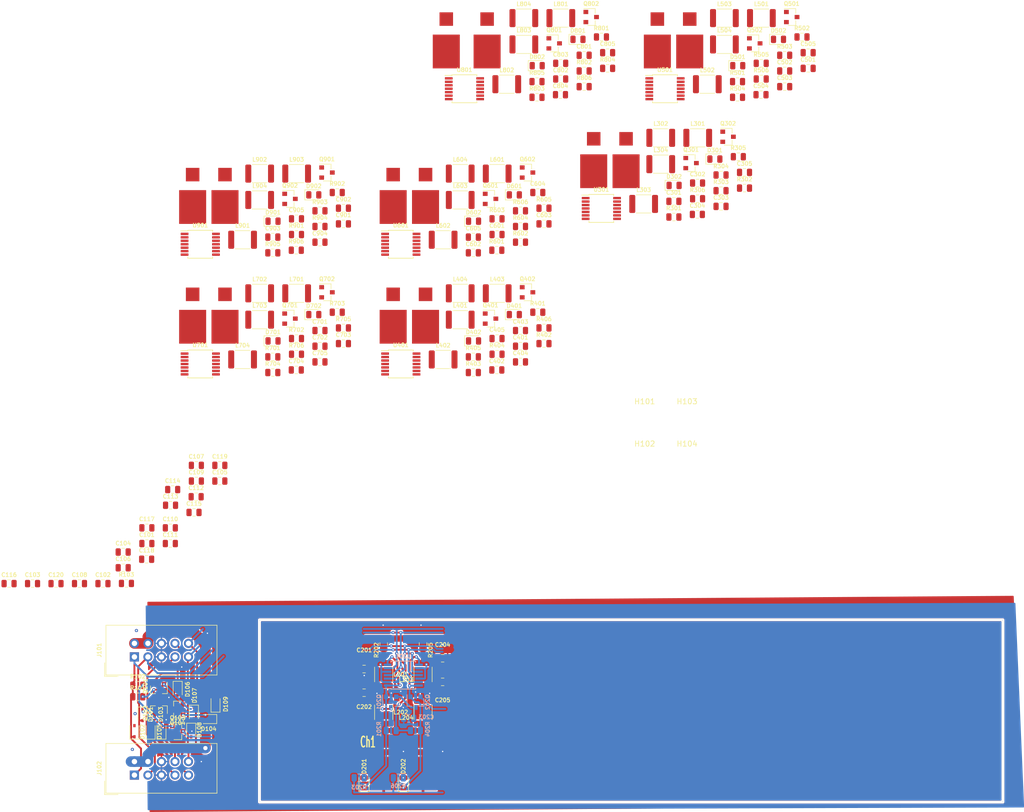
<source format=kicad_pcb>
(kicad_pcb (version 20171130) (host pcbnew "(5.1.2)-2")
  (layers (0 F.Cu signal) (31 B.Cu signal) (34 B.Paste user) (35 F.Paste user) (36 B.SilkS user hide) (37 F.SilkS user) (38 B.Mask user) (39 F.Mask user hide) (44 Edge.Cuts user))
  (net 0 "")
  (net 1 GND)
  (net 2 /Ref-)
  (net 3 /Ref+)
  (net 4 /V_in)
  (net 5 /sheet5DD8DCB3/LED_GND)
  (net 6 "Net-(C201-Pad2)")
  (net 7 "Net-(C202-Pad2)")
  (net 8 "Net-(C204-Pad2)")
  (net 9 "Net-(C301-Pad2)")
  (net 10 "Net-(C302-Pad2)")
  (net 11 "Net-(C304-Pad2)")
  (net 12 "Net-(C401-Pad2)")
  (net 13 "Net-(C402-Pad2)")
  (net 14 "Net-(C404-Pad2)")
  (net 15 "Net-(C501-Pad2)")
  (net 16 "Net-(C502-Pad2)")
  (net 17 "Net-(C504-Pad2)")
  (net 18 "Net-(C601-Pad2)")
  (net 19 "Net-(C602-Pad2)")
  (net 20 "Net-(C604-Pad2)")
  (net 21 "Net-(C701-Pad2)")
  (net 22 "Net-(C702-Pad2)")
  (net 23 "Net-(C704-Pad2)")
  (net 24 "Net-(C801-Pad2)")
  (net 25 "Net-(C802-Pad2)")
  (net 26 "Net-(C804-Pad2)")
  (net 27 "Net-(C901-Pad2)")
  (net 28 "Net-(C902-Pad2)")
  (net 29 "Net-(C904-Pad2)")
  (net 30 /Malf)
  (net 31 "Net-(D201-Pad2)")
  (net 32 "Net-(D201-Pad1)")
  (net 33 "Net-(D202-Pad2)")
  (net 34 "Net-(D202-Pad1)")
  (net 35 "Net-(D301-Pad2)")
  (net 36 "Net-(D301-Pad1)")
  (net 37 "Net-(D302-Pad2)")
  (net 38 "Net-(D302-Pad1)")
  (net 39 "Net-(D401-Pad2)")
  (net 40 "Net-(D401-Pad1)")
  (net 41 "Net-(D402-Pad2)")
  (net 42 "Net-(D402-Pad1)")
  (net 43 "Net-(D501-Pad2)")
  (net 44 "Net-(D501-Pad1)")
  (net 45 "Net-(D502-Pad2)")
  (net 46 "Net-(D502-Pad1)")
  (net 47 "Net-(D601-Pad2)")
  (net 48 "Net-(D601-Pad1)")
  (net 49 "Net-(D602-Pad2)")
  (net 50 "Net-(D602-Pad1)")
  (net 51 "Net-(D701-Pad2)")
  (net 52 "Net-(D701-Pad1)")
  (net 53 "Net-(D702-Pad2)")
  (net 54 "Net-(D702-Pad1)")
  (net 55 "Net-(D801-Pad2)")
  (net 56 "Net-(D801-Pad1)")
  (net 57 "Net-(D802-Pad2)")
  (net 58 "Net-(D802-Pad1)")
  (net 59 "Net-(D901-Pad2)")
  (net 60 "Net-(D901-Pad1)")
  (net 61 "Net-(D902-Pad2)")
  (net 62 "Net-(D902-Pad1)")
  (net 63 -5V)
  (net 64 +12V)
  (net 65 "Net-(J201-Pad1)")
  (net 66 "Net-(J202-Pad1)")
  (net 67 "Net-(J301-Pad1)")
  (net 68 "Net-(J302-Pad1)")
  (net 69 "Net-(J401-Pad1)")
  (net 70 "Net-(J402-Pad1)")
  (net 71 "Net-(J501-Pad1)")
  (net 72 "Net-(J502-Pad1)")
  (net 73 "Net-(J601-Pad1)")
  (net 74 "Net-(J602-Pad1)")
  (net 75 "Net-(J701-Pad1)")
  (net 76 "Net-(J702-Pad1)")
  (net 77 "Net-(J801-Pad1)")
  (net 78 "Net-(J802-Pad1)")
  (net 79 "Net-(J901-Pad1)")
  (net 80 "Net-(J902-Pad1)")
  (net 81 "Net-(Q101-Pad3)")
  (net 82 /sheet5DD8DCB3/Malf_in)
  (net 83 /sheet5DF3552B/Malf)
  (net 84 /sheet5DF3552C/Malf)
  (net 85 /sheet5DF270F1/Malf)
  (net 86 /sheet5DF270F0/Malf)
  (net 87 /sheet5DF0CFCA/Malf)
  (net 88 /sheet5DF0CFC9/Malf)
  (net 89 /sheet5DE59C6C/Malf)
  (net 90 /sheet5DD8DCB3/Malf)
  (net 91 "Net-(C203-Pad1)")
  (net 92 "Net-(C205-Pad2)")
  (net 93 "Net-(C303-Pad1)")
  (net 94 "Net-(C305-Pad2)")
  (net 95 "Net-(C403-Pad1)")
  (net 96 "Net-(C405-Pad2)")
  (net 97 "Net-(C503-Pad1)")
  (net 98 "Net-(C505-Pad2)")
  (net 99 "Net-(C603-Pad1)")
  (net 100 "Net-(C605-Pad2)")
  (net 101 "Net-(C703-Pad1)")
  (net 102 "Net-(C705-Pad2)")
  (net 103 "Net-(C803-Pad1)")
  (net 104 "Net-(C805-Pad2)")
  (net 105 "Net-(C903-Pad1)")
  (net 106 "Net-(C905-Pad2)")
  (net 107 "Net-(D104-Pad1)")
  (net 108 "Net-(Q103-Pad1)")
  (net 109 "Net-(D103-Pad1)")
  (net 110 "Net-(D106-Pad1)")
  (module MountingHole:MountingHole_3.2mm_M3 (layer F.Cu) (at 149.555 72.085)
    (fp_text reference H104 (at 0 -4.2) (layer F.SilkS))
    (fp_text value MH_Pad)
    (pad 1 np_thru_hole circle (at 0 0) (size 3.2 3.2) (drill 3.2) (layers *.Cu *.Mask) (net 1 GND))
  )
  (module MountingHole:MountingHole_3.2mm_M3 (layer F.Cu) (at 149.555 64.135)
    (fp_text reference H103 (at 0 -4.2) (layer F.SilkS))
    (fp_text value MH_Pad)
    (pad 1 np_thru_hole circle (at 0 0) (size 3.2 3.2) (drill 3.2) (layers *.Cu *.Mask) (net 1 GND))
  )
  (module MountingHole:MountingHole_3.2mm_M3 (layer F.Cu) (at 141.605 72.085)
    (fp_text reference H102 (at 0 -4.2) (layer F.SilkS))
    (fp_text value MH_Pad)
    (pad 1 np_thru_hole circle (at 0 0) (size 3.2 3.2) (drill 3.2) (layers *.Cu *.Mask) (net 1 GND))
  )
  (module MountingHole:MountingHole_3.2mm_M3 (layer F.Cu) (at 141.605 64.135)
    (fp_text reference H101 (at 0 -4.2) (layer F.SilkS))
    (fp_text value MH_Pad)
    (pad 1 np_thru_hole circle (at 0 0) (size 3.2 3.2) (drill 3.2) (layers *.Cu *.Mask) (net 1 GND))
  )
  (module Diode_SMD:D_SOD-323 (layer F.Cu) (at 45.72 121.92 90)
    (fp_text reference D102 (at -0.127 1.524 90) (layer F.SilkS) (effects (font (size 0.75 0.75))))
    (fp_text value 15V)
    (pad 2 smd rect (at 1.05 0 90) (size 0.6 0.45) (layers F.Cu F.Paste F.Mask) (net 1 GND))
    (pad 1 smd rect (at -1.05 0 90) (size 0.6 0.45) (layers F.Cu F.Paste F.Mask) (net 64 +12V))
  )
  (module Diode_SMD:D_SOD-323 (layer F.Cu) (at 47.244 118.872 270)
    (fp_text reference D101 (at -0.127 -1.524 90) (layer F.SilkS) (effects (font (size 0.75 0.75))))
    (fp_text value 5.4V)
    (pad 2 smd rect (at 1.05 0 270) (size 0.6 0.45) (layers F.Cu F.Paste F.Mask) (net 63 -5V))
    (pad 1 smd rect (at -1.05 0 270) (size 0.6 0.45) (layers F.Cu F.Paste F.Mask) (net 1 GND))
  )
  (module "_Custom:Solder straight thin coax cable" (layer F.Cu) (at 99.949 129.8702)
    (fp_text reference J202 hide)
    (fp_text value Conn_Coaxial hide)
    (pad 2 smd rect (at 0 0) (size 5.08 6.35) (layers F.Cu F.Paste F.Mask) (net 1 GND))
    (pad 1 smd rect (at 0 -6.096) (size 2.54 2.54) (layers F.Cu F.Paste F.Mask) (net 66 "Net-(J202-Pad1)"))
  )
  (module Package_SO:TSSOP-14_4.4x5mm_P0.65mm (layer F.Cu) (at 58.0918 30.3694)
    (fp_text reference U901 (at 0 -3.55) (layer F.SilkS) (effects (font (size 0.75 0.75))))
    (fp_text value Opamp_Quad_Generic)
    (pad 14 smd rect (at 2.95 -1.95) (size 1.45 0.45) (layers F.Cu F.Paste F.Mask) (net 62 "Net-(D902-Pad1)"))
    (pad 13 smd rect (at 2.95 -1.3) (size 1.45 0.45) (layers F.Cu F.Paste F.Mask) (net 2 /Ref-))
    (pad 12 smd rect (at 2.95 -0.65) (size 1.45 0.45) (layers F.Cu F.Paste F.Mask) (net 29 "Net-(C904-Pad2)"))
    (pad 11 smd rect (at 2.95 0) (size 1.45 0.45) (layers F.Cu F.Paste F.Mask) (net 63 -5V))
    (pad 10 smd rect (at 2.95 0.65) (size 1.45 0.45) (layers F.Cu F.Paste F.Mask) (net 3 /Ref+))
    (pad 9 smd rect (at 2.95 1.3) (size 1.45 0.45) (layers F.Cu F.Paste F.Mask) (net 29 "Net-(C904-Pad2)"))
    (pad 8 smd rect (at 2.95 1.95) (size 1.45 0.45) (layers F.Cu F.Paste F.Mask) (net 62 "Net-(D902-Pad1)"))
    (pad 7 smd rect (at -2.95 1.95) (size 1.45 0.45) (layers F.Cu F.Paste F.Mask) (net 60 "Net-(D901-Pad1)"))
    (pad 6 smd rect (at -2.95 1.3) (size 1.45 0.45) (layers F.Cu F.Paste F.Mask) (net 2 /Ref-))
    (pad 5 smd rect (at -2.95 0.65) (size 1.45 0.45) (layers F.Cu F.Paste F.Mask) (net 27 "Net-(C901-Pad2)"))
    (pad 4 smd rect (at -2.95 0) (size 1.45 0.45) (layers F.Cu F.Paste F.Mask) (net 64 +12V))
    (pad 3 smd rect (at -2.95 -0.65) (size 1.45 0.45) (layers F.Cu F.Paste F.Mask) (net 3 /Ref+))
    (pad 2 smd rect (at -2.95 -1.3) (size 1.45 0.45) (layers F.Cu F.Paste F.Mask) (net 27 "Net-(C901-Pad2)"))
    (pad 1 smd rect (at -2.95 -1.95) (size 1.45 0.45) (layers F.Cu F.Paste F.Mask) (net 60 "Net-(D901-Pad1)"))
  )
  (module Package_SO:TSSOP-14_4.4x5mm_P0.65mm (layer F.Cu) (at 107.7318 1.1294)
    (fp_text reference U801 (at 0 -3.55) (layer F.SilkS) (effects (font (size 0.75 0.75))))
    (fp_text value Opamp_Quad_Generic)
    (pad 14 smd rect (at 2.95 -1.95) (size 1.45 0.45) (layers F.Cu F.Paste F.Mask) (net 58 "Net-(D802-Pad1)"))
    (pad 13 smd rect (at 2.95 -1.3) (size 1.45 0.45) (layers F.Cu F.Paste F.Mask) (net 2 /Ref-))
    (pad 12 smd rect (at 2.95 -0.65) (size 1.45 0.45) (layers F.Cu F.Paste F.Mask) (net 26 "Net-(C804-Pad2)"))
    (pad 11 smd rect (at 2.95 0) (size 1.45 0.45) (layers F.Cu F.Paste F.Mask) (net 63 -5V))
    (pad 10 smd rect (at 2.95 0.65) (size 1.45 0.45) (layers F.Cu F.Paste F.Mask) (net 3 /Ref+))
    (pad 9 smd rect (at 2.95 1.3) (size 1.45 0.45) (layers F.Cu F.Paste F.Mask) (net 26 "Net-(C804-Pad2)"))
    (pad 8 smd rect (at 2.95 1.95) (size 1.45 0.45) (layers F.Cu F.Paste F.Mask) (net 58 "Net-(D802-Pad1)"))
    (pad 7 smd rect (at -2.95 1.95) (size 1.45 0.45) (layers F.Cu F.Paste F.Mask) (net 56 "Net-(D801-Pad1)"))
    (pad 6 smd rect (at -2.95 1.3) (size 1.45 0.45) (layers F.Cu F.Paste F.Mask) (net 2 /Ref-))
    (pad 5 smd rect (at -2.95 0.65) (size 1.45 0.45) (layers F.Cu F.Paste F.Mask) (net 24 "Net-(C801-Pad2)"))
    (pad 4 smd rect (at -2.95 0) (size 1.45 0.45) (layers F.Cu F.Paste F.Mask) (net 64 +12V))
    (pad 3 smd rect (at -2.95 -0.65) (size 1.45 0.45) (layers F.Cu F.Paste F.Mask) (net 3 /Ref+))
    (pad 2 smd rect (at -2.95 -1.3) (size 1.45 0.45) (layers F.Cu F.Paste F.Mask) (net 24 "Net-(C801-Pad2)"))
    (pad 1 smd rect (at -2.95 -1.95) (size 1.45 0.45) (layers F.Cu F.Paste F.Mask) (net 56 "Net-(D801-Pad1)"))
  )
  (module Package_SO:TSSOP-14_4.4x5mm_P0.65mm (layer F.Cu) (at 58.0918 52.8794)
    (fp_text reference U701 (at 0 -3.55) (layer F.SilkS) (effects (font (size 0.75 0.75))))
    (fp_text value Opamp_Quad_Generic)
    (pad 14 smd rect (at 2.95 -1.95) (size 1.45 0.45) (layers F.Cu F.Paste F.Mask) (net 54 "Net-(D702-Pad1)"))
    (pad 13 smd rect (at 2.95 -1.3) (size 1.45 0.45) (layers F.Cu F.Paste F.Mask) (net 2 /Ref-))
    (pad 12 smd rect (at 2.95 -0.65) (size 1.45 0.45) (layers F.Cu F.Paste F.Mask) (net 23 "Net-(C704-Pad2)"))
    (pad 11 smd rect (at 2.95 0) (size 1.45 0.45) (layers F.Cu F.Paste F.Mask) (net 63 -5V))
    (pad 10 smd rect (at 2.95 0.65) (size 1.45 0.45) (layers F.Cu F.Paste F.Mask) (net 3 /Ref+))
    (pad 9 smd rect (at 2.95 1.3) (size 1.45 0.45) (layers F.Cu F.Paste F.Mask) (net 23 "Net-(C704-Pad2)"))
    (pad 8 smd rect (at 2.95 1.95) (size 1.45 0.45) (layers F.Cu F.Paste F.Mask) (net 54 "Net-(D702-Pad1)"))
    (pad 7 smd rect (at -2.95 1.95) (size 1.45 0.45) (layers F.Cu F.Paste F.Mask) (net 52 "Net-(D701-Pad1)"))
    (pad 6 smd rect (at -2.95 1.3) (size 1.45 0.45) (layers F.Cu F.Paste F.Mask) (net 2 /Ref-))
    (pad 5 smd rect (at -2.95 0.65) (size 1.45 0.45) (layers F.Cu F.Paste F.Mask) (net 21 "Net-(C701-Pad2)"))
    (pad 4 smd rect (at -2.95 0) (size 1.45 0.45) (layers F.Cu F.Paste F.Mask) (net 64 +12V))
    (pad 3 smd rect (at -2.95 -0.65) (size 1.45 0.45) (layers F.Cu F.Paste F.Mask) (net 3 /Ref+))
    (pad 2 smd rect (at -2.95 -1.3) (size 1.45 0.45) (layers F.Cu F.Paste F.Mask) (net 21 "Net-(C701-Pad2)"))
    (pad 1 smd rect (at -2.95 -1.95) (size 1.45 0.45) (layers F.Cu F.Paste F.Mask) (net 52 "Net-(D701-Pad1)"))
  )
  (module Package_SO:TSSOP-14_4.4x5mm_P0.65mm (layer F.Cu) (at 95.7718 30.3694)
    (fp_text reference U601 (at 0 -3.55) (layer F.SilkS) (effects (font (size 0.75 0.75))))
    (fp_text value Opamp_Quad_Generic)
    (pad 14 smd rect (at 2.95 -1.95) (size 1.45 0.45) (layers F.Cu F.Paste F.Mask) (net 50 "Net-(D602-Pad1)"))
    (pad 13 smd rect (at 2.95 -1.3) (size 1.45 0.45) (layers F.Cu F.Paste F.Mask) (net 2 /Ref-))
    (pad 12 smd rect (at 2.95 -0.65) (size 1.45 0.45) (layers F.Cu F.Paste F.Mask) (net 20 "Net-(C604-Pad2)"))
    (pad 11 smd rect (at 2.95 0) (size 1.45 0.45) (layers F.Cu F.Paste F.Mask) (net 63 -5V))
    (pad 10 smd rect (at 2.95 0.65) (size 1.45 0.45) (layers F.Cu F.Paste F.Mask) (net 3 /Ref+))
    (pad 9 smd rect (at 2.95 1.3) (size 1.45 0.45) (layers F.Cu F.Paste F.Mask) (net 20 "Net-(C604-Pad2)"))
    (pad 8 smd rect (at 2.95 1.95) (size 1.45 0.45) (layers F.Cu F.Paste F.Mask) (net 50 "Net-(D602-Pad1)"))
    (pad 7 smd rect (at -2.95 1.95) (size 1.45 0.45) (layers F.Cu F.Paste F.Mask) (net 48 "Net-(D601-Pad1)"))
    (pad 6 smd rect (at -2.95 1.3) (size 1.45 0.45) (layers F.Cu F.Paste F.Mask) (net 2 /Ref-))
    (pad 5 smd rect (at -2.95 0.65) (size 1.45 0.45) (layers F.Cu F.Paste F.Mask) (net 18 "Net-(C601-Pad2)"))
    (pad 4 smd rect (at -2.95 0) (size 1.45 0.45) (layers F.Cu F.Paste F.Mask) (net 64 +12V))
    (pad 3 smd rect (at -2.95 -0.65) (size 1.45 0.45) (layers F.Cu F.Paste F.Mask) (net 3 /Ref+))
    (pad 2 smd rect (at -2.95 -1.3) (size 1.45 0.45) (layers F.Cu F.Paste F.Mask) (net 18 "Net-(C601-Pad2)"))
    (pad 1 smd rect (at -2.95 -1.95) (size 1.45 0.45) (layers F.Cu F.Paste F.Mask) (net 48 "Net-(D601-Pad1)"))
  )
  (module Package_SO:TSSOP-14_4.4x5mm_P0.65mm (layer F.Cu) (at 145.4118 1.1294)
    (fp_text reference U501 (at 0 -3.55) (layer F.SilkS) (effects (font (size 0.75 0.75))))
    (fp_text value Opamp_Quad_Generic)
    (pad 14 smd rect (at 2.95 -1.95) (size 1.45 0.45) (layers F.Cu F.Paste F.Mask) (net 46 "Net-(D502-Pad1)"))
    (pad 13 smd rect (at 2.95 -1.3) (size 1.45 0.45) (layers F.Cu F.Paste F.Mask) (net 2 /Ref-))
    (pad 12 smd rect (at 2.95 -0.65) (size 1.45 0.45) (layers F.Cu F.Paste F.Mask) (net 17 "Net-(C504-Pad2)"))
    (pad 11 smd rect (at 2.95 0) (size 1.45 0.45) (layers F.Cu F.Paste F.Mask) (net 63 -5V))
    (pad 10 smd rect (at 2.95 0.65) (size 1.45 0.45) (layers F.Cu F.Paste F.Mask) (net 3 /Ref+))
    (pad 9 smd rect (at 2.95 1.3) (size 1.45 0.45) (layers F.Cu F.Paste F.Mask) (net 17 "Net-(C504-Pad2)"))
    (pad 8 smd rect (at 2.95 1.95) (size 1.45 0.45) (layers F.Cu F.Paste F.Mask) (net 46 "Net-(D502-Pad1)"))
    (pad 7 smd rect (at -2.95 1.95) (size 1.45 0.45) (layers F.Cu F.Paste F.Mask) (net 44 "Net-(D501-Pad1)"))
    (pad 6 smd rect (at -2.95 1.3) (size 1.45 0.45) (layers F.Cu F.Paste F.Mask) (net 2 /Ref-))
    (pad 5 smd rect (at -2.95 0.65) (size 1.45 0.45) (layers F.Cu F.Paste F.Mask) (net 15 "Net-(C501-Pad2)"))
    (pad 4 smd rect (at -2.95 0) (size 1.45 0.45) (layers F.Cu F.Paste F.Mask) (net 64 +12V))
    (pad 3 smd rect (at -2.95 -0.65) (size 1.45 0.45) (layers F.Cu F.Paste F.Mask) (net 3 /Ref+))
    (pad 2 smd rect (at -2.95 -1.3) (size 1.45 0.45) (layers F.Cu F.Paste F.Mask) (net 15 "Net-(C501-Pad2)"))
    (pad 1 smd rect (at -2.95 -1.95) (size 1.45 0.45) (layers F.Cu F.Paste F.Mask) (net 44 "Net-(D501-Pad1)"))
  )
  (module Package_SO:TSSOP-14_4.4x5mm_P0.65mm (layer F.Cu) (at 95.7718 52.8794)
    (fp_text reference U401 (at 0 -3.55) (layer F.SilkS) (effects (font (size 0.75 0.75))))
    (fp_text value Opamp_Quad_Generic)
    (pad 14 smd rect (at 2.95 -1.95) (size 1.45 0.45) (layers F.Cu F.Paste F.Mask) (net 42 "Net-(D402-Pad1)"))
    (pad 13 smd rect (at 2.95 -1.3) (size 1.45 0.45) (layers F.Cu F.Paste F.Mask) (net 2 /Ref-))
    (pad 12 smd rect (at 2.95 -0.65) (size 1.45 0.45) (layers F.Cu F.Paste F.Mask) (net 14 "Net-(C404-Pad2)"))
    (pad 11 smd rect (at 2.95 0) (size 1.45 0.45) (layers F.Cu F.Paste F.Mask) (net 63 -5V))
    (pad 10 smd rect (at 2.95 0.65) (size 1.45 0.45) (layers F.Cu F.Paste F.Mask) (net 3 /Ref+))
    (pad 9 smd rect (at 2.95 1.3) (size 1.45 0.45) (layers F.Cu F.Paste F.Mask) (net 14 "Net-(C404-Pad2)"))
    (pad 8 smd rect (at 2.95 1.95) (size 1.45 0.45) (layers F.Cu F.Paste F.Mask) (net 42 "Net-(D402-Pad1)"))
    (pad 7 smd rect (at -2.95 1.95) (size 1.45 0.45) (layers F.Cu F.Paste F.Mask) (net 40 "Net-(D401-Pad1)"))
    (pad 6 smd rect (at -2.95 1.3) (size 1.45 0.45) (layers F.Cu F.Paste F.Mask) (net 2 /Ref-))
    (pad 5 smd rect (at -2.95 0.65) (size 1.45 0.45) (layers F.Cu F.Paste F.Mask) (net 12 "Net-(C401-Pad2)"))
    (pad 4 smd rect (at -2.95 0) (size 1.45 0.45) (layers F.Cu F.Paste F.Mask) (net 64 +12V))
    (pad 3 smd rect (at -2.95 -0.65) (size 1.45 0.45) (layers F.Cu F.Paste F.Mask) (net 3 /Ref+))
    (pad 2 smd rect (at -2.95 -1.3) (size 1.45 0.45) (layers F.Cu F.Paste F.Mask) (net 12 "Net-(C401-Pad2)"))
    (pad 1 smd rect (at -2.95 -1.95) (size 1.45 0.45) (layers F.Cu F.Paste F.Mask) (net 40 "Net-(D401-Pad1)"))
  )
  (module Package_SO:TSSOP-14_4.4x5mm_P0.65mm (layer F.Cu) (at 133.4518 23.6394)
    (fp_text reference U301 (at 0 -3.55) (layer F.SilkS) (effects (font (size 0.75 0.75))))
    (fp_text value Opamp_Quad_Generic)
    (pad 14 smd rect (at 2.95 -1.95) (size 1.45 0.45) (layers F.Cu F.Paste F.Mask) (net 38 "Net-(D302-Pad1)"))
    (pad 13 smd rect (at 2.95 -1.3) (size 1.45 0.45) (layers F.Cu F.Paste F.Mask) (net 2 /Ref-))
    (pad 12 smd rect (at 2.95 -0.65) (size 1.45 0.45) (layers F.Cu F.Paste F.Mask) (net 11 "Net-(C304-Pad2)"))
    (pad 11 smd rect (at 2.95 0) (size 1.45 0.45) (layers F.Cu F.Paste F.Mask) (net 63 -5V))
    (pad 10 smd rect (at 2.95 0.65) (size 1.45 0.45) (layers F.Cu F.Paste F.Mask) (net 3 /Ref+))
    (pad 9 smd rect (at 2.95 1.3) (size 1.45 0.45) (layers F.Cu F.Paste F.Mask) (net 11 "Net-(C304-Pad2)"))
    (pad 8 smd rect (at 2.95 1.95) (size 1.45 0.45) (layers F.Cu F.Paste F.Mask) (net 38 "Net-(D302-Pad1)"))
    (pad 7 smd rect (at -2.95 1.95) (size 1.45 0.45) (layers F.Cu F.Paste F.Mask) (net 36 "Net-(D301-Pad1)"))
    (pad 6 smd rect (at -2.95 1.3) (size 1.45 0.45) (layers F.Cu F.Paste F.Mask) (net 2 /Ref-))
    (pad 5 smd rect (at -2.95 0.65) (size 1.45 0.45) (layers F.Cu F.Paste F.Mask) (net 9 "Net-(C301-Pad2)"))
    (pad 4 smd rect (at -2.95 0) (size 1.45 0.45) (layers F.Cu F.Paste F.Mask) (net 64 +12V))
    (pad 3 smd rect (at -2.95 -0.65) (size 1.45 0.45) (layers F.Cu F.Paste F.Mask) (net 3 /Ref+))
    (pad 2 smd rect (at -2.95 -1.3) (size 1.45 0.45) (layers F.Cu F.Paste F.Mask) (net 9 "Net-(C301-Pad2)"))
    (pad 1 smd rect (at -2.95 -1.95) (size 1.45 0.45) (layers F.Cu F.Paste F.Mask) (net 36 "Net-(D301-Pad1)"))
  )
  (module Package_SO:TSSOP-14_4.4x5mm_P0.65mm (layer B.Cu) (at 96.240601 111.379)
    (fp_text reference U201 (at 0 -3.556) (layer B.SilkS) (effects (font (size 0.75 0.75)) (justify mirror)))
    (fp_text value Opamp_Quad_Generic)
    (pad 1 smd rect (at -2.95 1.95) (size 1.45 0.45) (layers B.Cu B.Paste B.Mask) (net 32 "Net-(D201-Pad1)"))
    (pad 2 smd rect (at -2.95 1.3) (size 1.45 0.45) (layers B.Cu B.Paste B.Mask) (net 6 "Net-(C201-Pad2)"))
    (pad 3 smd rect (at -2.95 0.65) (size 1.45 0.45) (layers B.Cu B.Paste B.Mask) (net 3 /Ref+))
    (pad 4 smd rect (at -2.95 0) (size 1.45 0.45) (layers B.Cu B.Paste B.Mask) (net 64 +12V))
    (pad 5 smd rect (at -2.95 -0.65) (size 1.45 0.45) (layers B.Cu B.Paste B.Mask) (net 6 "Net-(C201-Pad2)"))
    (pad 6 smd rect (at -2.95 -1.3) (size 1.45 0.45) (layers B.Cu B.Paste B.Mask) (net 2 /Ref-))
    (pad 7 smd rect (at -2.95 -1.95) (size 1.45 0.45) (layers B.Cu B.Paste B.Mask) (net 32 "Net-(D201-Pad1)"))
    (pad 8 smd rect (at 2.95 -1.95) (size 1.45 0.45) (layers B.Cu B.Paste B.Mask) (net 34 "Net-(D202-Pad1)"))
    (pad 9 smd rect (at 2.95 -1.3) (size 1.45 0.45) (layers B.Cu B.Paste B.Mask) (net 8 "Net-(C204-Pad2)"))
    (pad 10 smd rect (at 2.95 -0.65) (size 1.45 0.45) (layers B.Cu B.Paste B.Mask) (net 3 /Ref+))
    (pad 11 smd rect (at 2.95 0) (size 1.45 0.45) (layers B.Cu B.Paste B.Mask) (net 63 -5V))
    (pad 12 smd rect (at 2.95 0.65) (size 1.45 0.45) (layers B.Cu B.Paste B.Mask) (net 8 "Net-(C204-Pad2)"))
    (pad 13 smd rect (at 2.95 1.3) (size 1.45 0.45) (layers B.Cu B.Paste B.Mask) (net 2 /Ref-))
    (pad 14 smd rect (at 2.95 1.95) (size 1.45 0.45) (layers B.Cu B.Paste B.Mask) (net 34 "Net-(D202-Pad1)"))
  )
  (module Resistor_SMD:R_0805_2012Metric (layer F.Cu) (at 76.1318 31.4894)
    (fp_text reference R906 (at 0 -1.65) (layer F.SilkS) (effects (font (size 0.75 0.75))))
    (fp_text value 10k)
    (pad 2 smd roundrect (at 0.9375 0) (size 0.975 1.4) (layers F.Cu F.Paste F.Mask) (net 5 /sheet5DD8DCB3/LED_GND))
    (pad 1 smd roundrect (at -0.9375 0) (size 0.975 1.4) (layers F.Cu F.Paste F.Mask) (net 61 "Net-(D902-Pad2)"))
  )
  (module Resistor_SMD:R_0805_2012Metric (layer F.Cu) (at 80.5818 27.0294)
    (fp_text reference R904 (at 0 -1.65) (layer F.SilkS) (effects (font (size 0.75 0.75))))
    (fp_text value 100k)
    (pad 2 smd roundrect (at 0.9375 0) (size 0.975 1.4) (layers F.Cu F.Paste F.Mask) (net 62 "Net-(D902-Pad1)"))
    (pad 1 smd roundrect (at -0.9375 0) (size 0.975 1.4) (layers F.Cu F.Paste F.Mask) (net 64 +12V))
  )
  (module Resistor_SMD:R_0805_2012Metric (layer F.Cu) (at 80.5818 24.0794)
    (fp_text reference R903 (at 0 -1.65) (layer F.SilkS) (effects (font (size 0.75 0.75))))
    (fp_text value 10k)
    (pad 2 smd roundrect (at 0.9375 0) (size 0.975 1.4) (layers F.Cu F.Paste F.Mask) (net 5 /sheet5DD8DCB3/LED_GND))
    (pad 1 smd roundrect (at -0.9375 0) (size 0.975 1.4) (layers F.Cu F.Paste F.Mask) (net 59 "Net-(D901-Pad2)"))
  )
  (module Resistor_SMD:R_0805_2012Metric (layer F.Cu) (at 76.1718 28.5394)
    (fp_text reference R901 (at 0 -1.65) (layer F.SilkS) (effects (font (size 0.75 0.75))))
    (fp_text value 100k)
    (pad 2 smd roundrect (at 0.9375 0) (size 0.975 1.4) (layers F.Cu F.Paste F.Mask) (net 60 "Net-(D901-Pad1)"))
    (pad 1 smd roundrect (at -0.9375 0) (size 0.975 1.4) (layers F.Cu F.Paste F.Mask) (net 64 +12V))
  )
  (module Resistor_SMD:R_0805_2012Metric (layer F.Cu) (at 71.7218 31.9794)
    (fp_text reference R905 (at 0 -1.65) (layer F.SilkS) (effects (font (size 0.75 0.75))))
    (fp_text value 150R)
    (pad 2 smd roundrect (at 0.9375 0) (size 0.975 1.4) (layers F.Cu F.Paste F.Mask) (net 29 "Net-(C904-Pad2)"))
    (pad 1 smd roundrect (at -0.9375 0) (size 0.975 1.4) (layers F.Cu F.Paste F.Mask) (net 4 /V_in))
  )
  (module Resistor_SMD:R_0805_2012Metric (layer F.Cu) (at 83.8318 20.6394)
    (fp_text reference R902 (at 0 -1.65) (layer F.SilkS) (effects (font (size 0.75 0.75))))
    (fp_text value 150R)
    (pad 2 smd roundrect (at 0.9375 0) (size 0.975 1.4) (layers F.Cu F.Paste F.Mask) (net 27 "Net-(C901-Pad2)"))
    (pad 1 smd roundrect (at -0.9375 0) (size 0.975 1.4) (layers F.Cu F.Paste F.Mask) (net 4 /V_in))
  )
  (module Resistor_SMD:R_0805_2012Metric (layer F.Cu) (at 130.2218 0.7394)
    (fp_text reference R806 (at 0 -1.65) (layer F.SilkS) (effects (font (size 0.75 0.75))))
    (fp_text value 10k)
    (pad 2 smd roundrect (at 0.9375 0) (size 0.975 1.4) (layers F.Cu F.Paste F.Mask) (net 5 /sheet5DD8DCB3/LED_GND))
    (pad 1 smd roundrect (at -0.9375 0) (size 0.975 1.4) (layers F.Cu F.Paste F.Mask) (net 57 "Net-(D802-Pad2)"))
  )
  (module Resistor_SMD:R_0805_2012Metric (layer F.Cu) (at 134.6318 -2.7006)
    (fp_text reference R804 (at 0 -1.65) (layer F.SilkS) (effects (font (size 0.75 0.75))))
    (fp_text value 100k)
    (pad 2 smd roundrect (at 0.9375 0) (size 0.975 1.4) (layers F.Cu F.Paste F.Mask) (net 58 "Net-(D802-Pad1)"))
    (pad 1 smd roundrect (at -0.9375 0) (size 0.975 1.4) (layers F.Cu F.Paste F.Mask) (net 64 +12V))
  )
  (module Resistor_SMD:R_0805_2012Metric (layer F.Cu) (at 121.3618 2.7394)
    (fp_text reference R803 (at 0 -1.65) (layer F.SilkS) (effects (font (size 0.75 0.75))))
    (fp_text value 10k)
    (pad 2 smd roundrect (at 0.9375 0) (size 0.975 1.4) (layers F.Cu F.Paste F.Mask) (net 5 /sheet5DD8DCB3/LED_GND))
    (pad 1 smd roundrect (at -0.9375 0) (size 0.975 1.4) (layers F.Cu F.Paste F.Mask) (net 55 "Net-(D801-Pad2)"))
  )
  (module Resistor_SMD:R_0805_2012Metric (layer F.Cu) (at 133.4718 -8.6006)
    (fp_text reference R801 (at 0 -1.65) (layer F.SilkS) (effects (font (size 0.75 0.75))))
    (fp_text value 100k)
    (pad 2 smd roundrect (at 0.9375 0) (size 0.975 1.4) (layers F.Cu F.Paste F.Mask) (net 56 "Net-(D801-Pad1)"))
    (pad 1 smd roundrect (at -0.9375 0) (size 0.975 1.4) (layers F.Cu F.Paste F.Mask) (net 64 +12V))
  )
  (module Resistor_SMD:R_0805_2012Metric (layer F.Cu) (at 121.3618 -0.2106)
    (fp_text reference R805 (at 0 -1.65) (layer F.SilkS) (effects (font (size 0.75 0.75))))
    (fp_text value 150R)
    (pad 2 smd roundrect (at 0.9375 0) (size 0.975 1.4) (layers F.Cu F.Paste F.Mask) (net 26 "Net-(C804-Pad2)"))
    (pad 1 smd roundrect (at -0.9375 0) (size 0.975 1.4) (layers F.Cu F.Paste F.Mask) (net 4 /V_in))
  )
  (module Resistor_SMD:R_0805_2012Metric (layer F.Cu) (at 130.2218 -2.2106)
    (fp_text reference R802 (at 0 -1.65) (layer F.SilkS) (effects (font (size 0.75 0.75))))
    (fp_text value 150R)
    (pad 2 smd roundrect (at 0.9375 0) (size 0.975 1.4) (layers F.Cu F.Paste F.Mask) (net 24 "Net-(C801-Pad2)"))
    (pad 1 smd roundrect (at -0.9375 0) (size 0.975 1.4) (layers F.Cu F.Paste F.Mask) (net 4 /V_in))
  )
  (module Resistor_SMD:R_0805_2012Metric (layer F.Cu) (at 76.1718 51.0494)
    (fp_text reference R706 (at 0 -1.65) (layer F.SilkS) (effects (font (size 0.75 0.75))))
    (fp_text value 10k)
    (pad 2 smd roundrect (at 0.9375 0) (size 0.975 1.4) (layers F.Cu F.Paste F.Mask) (net 5 /sheet5DD8DCB3/LED_GND))
    (pad 1 smd roundrect (at -0.9375 0) (size 0.975 1.4) (layers F.Cu F.Paste F.Mask) (net 53 "Net-(D702-Pad2)"))
  )
  (module Resistor_SMD:R_0805_2012Metric (layer F.Cu) (at 71.7218 54.4894)
    (fp_text reference R704 (at 0 -1.65) (layer F.SilkS) (effects (font (size 0.75 0.75))))
    (fp_text value 100k)
    (pad 2 smd roundrect (at 0.9375 0) (size 0.975 1.4) (layers F.Cu F.Paste F.Mask) (net 54 "Net-(D702-Pad1)"))
    (pad 1 smd roundrect (at -0.9375 0) (size 0.975 1.4) (layers F.Cu F.Paste F.Mask) (net 64 +12V))
  )
  (module Resistor_SMD:R_0805_2012Metric (layer F.Cu) (at 83.8318 43.1494)
    (fp_text reference R703 (at 0 -1.65) (layer F.SilkS) (effects (font (size 0.75 0.75))))
    (fp_text value 10k)
    (pad 2 smd roundrect (at 0.9375 0) (size 0.975 1.4) (layers F.Cu F.Paste F.Mask) (net 5 /sheet5DD8DCB3/LED_GND))
    (pad 1 smd roundrect (at -0.9375 0) (size 0.975 1.4) (layers F.Cu F.Paste F.Mask) (net 51 "Net-(D701-Pad2)"))
  )
  (module Resistor_SMD:R_0805_2012Metric (layer F.Cu) (at 71.7218 51.5394)
    (fp_text reference R701 (at 0 -1.65) (layer F.SilkS) (effects (font (size 0.75 0.75))))
    (fp_text value 100k)
    (pad 2 smd roundrect (at 0.9375 0) (size 0.975 1.4) (layers F.Cu F.Paste F.Mask) (net 52 "Net-(D701-Pad1)"))
    (pad 1 smd roundrect (at -0.9375 0) (size 0.975 1.4) (layers F.Cu F.Paste F.Mask) (net 64 +12V))
  )
  (module Resistor_SMD:R_0805_2012Metric (layer F.Cu) (at 84.9918 46.0994)
    (fp_text reference R705 (at 0 -1.65) (layer F.SilkS) (effects (font (size 0.75 0.75))))
    (fp_text value 150R)
    (pad 2 smd roundrect (at 0.9375 0) (size 0.975 1.4) (layers F.Cu F.Paste F.Mask) (net 23 "Net-(C704-Pad2)"))
    (pad 1 smd roundrect (at -0.9375 0) (size 0.975 1.4) (layers F.Cu F.Paste F.Mask) (net 4 /V_in))
  )
  (module Resistor_SMD:R_0805_2012Metric (layer F.Cu) (at 76.1718 48.0994)
    (fp_text reference R702 (at 0 -1.65) (layer F.SilkS) (effects (font (size 0.75 0.75))))
    (fp_text value 150R)
    (pad 2 smd roundrect (at 0.9375 0) (size 0.975 1.4) (layers F.Cu F.Paste F.Mask) (net 21 "Net-(C701-Pad2)"))
    (pad 1 smd roundrect (at -0.9375 0) (size 0.975 1.4) (layers F.Cu F.Paste F.Mask) (net 4 /V_in))
  )
  (module Resistor_SMD:R_0805_2012Metric (layer F.Cu) (at 118.2618 24.0794)
    (fp_text reference R606 (at 0 -1.65) (layer F.SilkS) (effects (font (size 0.75 0.75))))
    (fp_text value 10k)
    (pad 2 smd roundrect (at 0.9375 0) (size 0.975 1.4) (layers F.Cu F.Paste F.Mask) (net 5 /sheet5DD8DCB3/LED_GND))
    (pad 1 smd roundrect (at -0.9375 0) (size 0.975 1.4) (layers F.Cu F.Paste F.Mask) (net 49 "Net-(D602-Pad2)"))
  )
  (module Resistor_SMD:R_0805_2012Metric (layer F.Cu) (at 118.2618 27.0294)
    (fp_text reference R604 (at 0 -1.65) (layer F.SilkS) (effects (font (size 0.75 0.75))))
    (fp_text value 100k)
    (pad 2 smd roundrect (at 0.9375 0) (size 0.975 1.4) (layers F.Cu F.Paste F.Mask) (net 50 "Net-(D602-Pad1)"))
    (pad 1 smd roundrect (at -0.9375 0) (size 0.975 1.4) (layers F.Cu F.Paste F.Mask) (net 64 +12V))
  )
  (module Resistor_SMD:R_0805_2012Metric (layer F.Cu) (at 113.8518 25.5894)
    (fp_text reference R603 (at 0 -1.65) (layer F.SilkS) (effects (font (size 0.75 0.75))))
    (fp_text value 10k)
    (pad 2 smd roundrect (at 0.9375 0) (size 0.975 1.4) (layers F.Cu F.Paste F.Mask) (net 5 /sheet5DD8DCB3/LED_GND))
    (pad 1 smd roundrect (at -0.9375 0) (size 0.975 1.4) (layers F.Cu F.Paste F.Mask) (net 47 "Net-(D601-Pad2)"))
  )
  (module Resistor_SMD:R_0805_2012Metric (layer F.Cu) (at 113.8118 31.4894)
    (fp_text reference R601 (at 0 -1.65) (layer F.SilkS) (effects (font (size 0.75 0.75))))
    (fp_text value 100k)
    (pad 2 smd roundrect (at 0.9375 0) (size 0.975 1.4) (layers F.Cu F.Paste F.Mask) (net 48 "Net-(D601-Pad1)"))
    (pad 1 smd roundrect (at -0.9375 0) (size 0.975 1.4) (layers F.Cu F.Paste F.Mask) (net 64 +12V))
  )
  (module Resistor_SMD:R_0805_2012Metric (layer F.Cu) (at 122.6718 23.5894)
    (fp_text reference R605 (at 0 -1.65) (layer F.SilkS) (effects (font (size 0.75 0.75))))
    (fp_text value 150R)
    (pad 2 smd roundrect (at 0.9375 0) (size 0.975 1.4) (layers F.Cu F.Paste F.Mask) (net 20 "Net-(C604-Pad2)"))
    (pad 1 smd roundrect (at -0.9375 0) (size 0.975 1.4) (layers F.Cu F.Paste F.Mask) (net 4 /V_in))
  )
  (module Resistor_SMD:R_0805_2012Metric (layer F.Cu) (at 118.2618 29.9794)
    (fp_text reference R602 (at 0 -1.65) (layer F.SilkS) (effects (font (size 0.75 0.75))))
    (fp_text value 150R)
    (pad 2 smd roundrect (at 0.9375 0) (size 0.975 1.4) (layers F.Cu F.Paste F.Mask) (net 18 "Net-(C601-Pad2)"))
    (pad 1 smd roundrect (at -0.9375 0) (size 0.975 1.4) (layers F.Cu F.Paste F.Mask) (net 4 /V_in))
  )
  (module Resistor_SMD:R_0805_2012Metric (layer F.Cu) (at 163.4918 -0.7006)
    (fp_text reference R506 (at 0 -1.65) (layer F.SilkS) (effects (font (size 0.75 0.75))))
    (fp_text value 10k)
    (pad 2 smd roundrect (at 0.9375 0) (size 0.975 1.4) (layers F.Cu F.Paste F.Mask) (net 5 /sheet5DD8DCB3/LED_GND))
    (pad 1 smd roundrect (at -0.9375 0) (size 0.975 1.4) (layers F.Cu F.Paste F.Mask) (net 45 "Net-(D502-Pad2)"))
  )
  (module Resistor_SMD:R_0805_2012Metric (layer F.Cu) (at 159.0418 2.7394)
    (fp_text reference R504 (at 0 -1.65) (layer F.SilkS) (effects (font (size 0.75 0.75))))
    (fp_text value 100k)
    (pad 2 smd roundrect (at 0.9375 0) (size 0.975 1.4) (layers F.Cu F.Paste F.Mask) (net 46 "Net-(D502-Pad1)"))
    (pad 1 smd roundrect (at -0.9375 0) (size 0.975 1.4) (layers F.Cu F.Paste F.Mask) (net 64 +12V))
  )
  (module Resistor_SMD:R_0805_2012Metric (layer F.Cu) (at 167.9018 -5.1606)
    (fp_text reference R503 (at 0 -1.65) (layer F.SilkS) (effects (font (size 0.75 0.75))))
    (fp_text value 10k)
    (pad 2 smd roundrect (at 0.9375 0) (size 0.975 1.4) (layers F.Cu F.Paste F.Mask) (net 5 /sheet5DD8DCB3/LED_GND))
    (pad 1 smd roundrect (at -0.9375 0) (size 0.975 1.4) (layers F.Cu F.Paste F.Mask) (net 43 "Net-(D501-Pad2)"))
  )
  (module Resistor_SMD:R_0805_2012Metric (layer F.Cu) (at 159.0418 -0.2106)
    (fp_text reference R501 (at 0 -1.65) (layer F.SilkS) (effects (font (size 0.75 0.75))))
    (fp_text value 100k)
    (pad 2 smd roundrect (at 0.9375 0) (size 0.975 1.4) (layers F.Cu F.Paste F.Mask) (net 44 "Net-(D501-Pad1)"))
    (pad 1 smd roundrect (at -0.9375 0) (size 0.975 1.4) (layers F.Cu F.Paste F.Mask) (net 64 +12V))
  )
  (module Resistor_SMD:R_0805_2012Metric (layer F.Cu) (at 163.4918 -3.6506)
    (fp_text reference R505 (at 0 -1.65) (layer F.SilkS) (effects (font (size 0.75 0.75))))
    (fp_text value 150R)
    (pad 2 smd roundrect (at 0.9375 0) (size 0.975 1.4) (layers F.Cu F.Paste F.Mask) (net 17 "Net-(C504-Pad2)"))
    (pad 1 smd roundrect (at -0.9375 0) (size 0.975 1.4) (layers F.Cu F.Paste F.Mask) (net 4 /V_in))
  )
  (module Resistor_SMD:R_0805_2012Metric (layer F.Cu) (at 171.1518 -8.6006)
    (fp_text reference R502 (at 0 -1.65) (layer F.SilkS) (effects (font (size 0.75 0.75))))
    (fp_text value 150R)
    (pad 2 smd roundrect (at 0.9375 0) (size 0.975 1.4) (layers F.Cu F.Paste F.Mask) (net 15 "Net-(C501-Pad2)"))
    (pad 1 smd roundrect (at -0.9375 0) (size 0.975 1.4) (layers F.Cu F.Paste F.Mask) (net 4 /V_in))
  )
  (module Resistor_SMD:R_0805_2012Metric (layer F.Cu) (at 122.6718 46.0994)
    (fp_text reference R406 (at 0 -1.65) (layer F.SilkS) (effects (font (size 0.75 0.75))))
    (fp_text value 10k)
    (pad 2 smd roundrect (at 0.9375 0) (size 0.975 1.4) (layers F.Cu F.Paste F.Mask) (net 5 /sheet5DD8DCB3/LED_GND))
    (pad 1 smd roundrect (at -0.9375 0) (size 0.975 1.4) (layers F.Cu F.Paste F.Mask) (net 41 "Net-(D402-Pad2)"))
  )
  (module Resistor_SMD:R_0805_2012Metric (layer F.Cu) (at 113.8518 51.0494)
    (fp_text reference R404 (at 0 -1.65) (layer F.SilkS) (effects (font (size 0.75 0.75))))
    (fp_text value 100k)
    (pad 2 smd roundrect (at 0.9375 0) (size 0.975 1.4) (layers F.Cu F.Paste F.Mask) (net 42 "Net-(D402-Pad1)"))
    (pad 1 smd roundrect (at -0.9375 0) (size 0.975 1.4) (layers F.Cu F.Paste F.Mask) (net 64 +12V))
  )
  (module Resistor_SMD:R_0805_2012Metric (layer F.Cu) (at 109.4018 54.4894)
    (fp_text reference R403 (at 0 -1.65) (layer F.SilkS) (effects (font (size 0.75 0.75))))
    (fp_text value 10k)
    (pad 2 smd roundrect (at 0.9375 0) (size 0.975 1.4) (layers F.Cu F.Paste F.Mask) (net 5 /sheet5DD8DCB3/LED_GND))
    (pad 1 smd roundrect (at -0.9375 0) (size 0.975 1.4) (layers F.Cu F.Paste F.Mask) (net 39 "Net-(D401-Pad2)"))
  )
  (module Resistor_SMD:R_0805_2012Metric (layer F.Cu) (at 121.5118 43.1494)
    (fp_text reference R401 (at 0 -1.65) (layer F.SilkS) (effects (font (size 0.75 0.75))))
    (fp_text value 100k)
    (pad 2 smd roundrect (at 0.9375 0) (size 0.975 1.4) (layers F.Cu F.Paste F.Mask) (net 40 "Net-(D401-Pad1)"))
    (pad 1 smd roundrect (at -0.9375 0) (size 0.975 1.4) (layers F.Cu F.Paste F.Mask) (net 64 +12V))
  )
  (module Resistor_SMD:R_0805_2012Metric (layer F.Cu) (at 109.4018 51.5394)
    (fp_text reference R405 (at 0 -1.65) (layer F.SilkS) (effects (font (size 0.75 0.75))))
    (fp_text value 150R)
    (pad 2 smd roundrect (at 0.9375 0) (size 0.975 1.4) (layers F.Cu F.Paste F.Mask) (net 14 "Net-(C404-Pad2)"))
    (pad 1 smd roundrect (at -0.9375 0) (size 0.975 1.4) (layers F.Cu F.Paste F.Mask) (net 4 /V_in))
  )
  (module Resistor_SMD:R_0805_2012Metric (layer F.Cu) (at 122.6718 49.0494)
    (fp_text reference R402 (at 0 -1.65) (layer F.SilkS) (effects (font (size 0.75 0.75))))
    (fp_text value 150R)
    (pad 2 smd roundrect (at 0.9375 0) (size 0.975 1.4) (layers F.Cu F.Paste F.Mask) (net 12 "Net-(C401-Pad2)"))
    (pad 1 smd roundrect (at -0.9375 0) (size 0.975 1.4) (layers F.Cu F.Paste F.Mask) (net 4 /V_in))
  )
  (module Resistor_SMD:R_0805_2012Metric (layer F.Cu) (at 151.5318 21.8094)
    (fp_text reference R306 (at 0 -1.65) (layer F.SilkS) (effects (font (size 0.75 0.75))))
    (fp_text value 10k)
    (pad 2 smd roundrect (at 0.9375 0) (size 0.975 1.4) (layers F.Cu F.Paste F.Mask) (net 5 /sheet5DD8DCB3/LED_GND))
    (pad 1 smd roundrect (at -0.9375 0) (size 0.975 1.4) (layers F.Cu F.Paste F.Mask) (net 37 "Net-(D302-Pad2)"))
  )
  (module Resistor_SMD:R_0805_2012Metric (layer F.Cu) (at 155.9418 17.3494)
    (fp_text reference R304 (at 0 -1.65) (layer F.SilkS) (effects (font (size 0.75 0.75))))
    (fp_text value 100k)
    (pad 2 smd roundrect (at 0.9375 0) (size 0.975 1.4) (layers F.Cu F.Paste F.Mask) (net 38 "Net-(D302-Pad1)"))
    (pad 1 smd roundrect (at -0.9375 0) (size 0.975 1.4) (layers F.Cu F.Paste F.Mask) (net 64 +12V))
  )
  (module Resistor_SMD:R_0805_2012Metric (layer F.Cu) (at 155.9418 20.2994)
    (fp_text reference R303 (at 0 -1.65) (layer F.SilkS) (effects (font (size 0.75 0.75))))
    (fp_text value 10k)
    (pad 2 smd roundrect (at 0.9375 0) (size 0.975 1.4) (layers F.Cu F.Paste F.Mask) (net 5 /sheet5DD8DCB3/LED_GND))
    (pad 1 smd roundrect (at -0.9375 0) (size 0.975 1.4) (layers F.Cu F.Paste F.Mask) (net 35 "Net-(D301-Pad2)"))
  )
  (module Resistor_SMD:R_0805_2012Metric (layer F.Cu) (at 147.0818 25.2494)
    (fp_text reference R301 (at 0 -1.65) (layer F.SilkS) (effects (font (size 0.75 0.75))))
    (fp_text value 100k)
    (pad 2 smd roundrect (at 0.9375 0) (size 0.975 1.4) (layers F.Cu F.Paste F.Mask) (net 36 "Net-(D301-Pad1)"))
    (pad 1 smd roundrect (at -0.9375 0) (size 0.975 1.4) (layers F.Cu F.Paste F.Mask) (net 64 +12V))
  )
  (module Resistor_SMD:R_0805_2012Metric (layer F.Cu) (at 159.1918 13.9094)
    (fp_text reference R305 (at 0 -1.65) (layer F.SilkS) (effects (font (size 0.75 0.75))))
    (fp_text value 150R)
    (pad 2 smd roundrect (at 0.9375 0) (size 0.975 1.4) (layers F.Cu F.Paste F.Mask) (net 11 "Net-(C304-Pad2)"))
    (pad 1 smd roundrect (at -0.9375 0) (size 0.975 1.4) (layers F.Cu F.Paste F.Mask) (net 4 /V_in))
  )
  (module Resistor_SMD:R_0805_2012Metric (layer F.Cu) (at 160.3518 19.8094)
    (fp_text reference R302 (at 0 -1.65) (layer F.SilkS) (effects (font (size 0.75 0.75))))
    (fp_text value 150R)
    (pad 2 smd roundrect (at 0.9375 0) (size 0.975 1.4) (layers F.Cu F.Paste F.Mask) (net 9 "Net-(C301-Pad2)"))
    (pad 1 smd roundrect (at -0.9375 0) (size 0.975 1.4) (layers F.Cu F.Paste F.Mask) (net 4 /V_in))
  )
  (module Resistor_SMD:R_0805_2012Metric (layer B.Cu) (at 95.3008 130.683 180)
    (fp_text reference R206 (at 0 -1.524 180) (layer B.SilkS) (effects (font (size 0.75 0.75)) (justify mirror)))
    (fp_text value 10k)
    (pad 1 smd roundrect (at -0.9375 0 180) (size 0.975 1.4) (layers B.Cu B.Paste B.Mask) (net 33 "Net-(D202-Pad2)"))
    (pad 2 smd roundrect (at 0.9375 0 180) (size 0.975 1.4) (layers B.Cu B.Paste B.Mask) (net 5 /sheet5DD8DCB3/LED_GND))
  )
  (module Resistor_SMD:R_0805_2012Metric (layer B.Cu) (at 98.5266 121.793)
    (fp_text reference R204 (at 2.286 -0.254 -90) (layer B.SilkS) (effects (font (size 0.75 0.75)) (justify mirror)))
    (fp_text value 100k)
    (pad 1 smd roundrect (at -0.9375 0) (size 0.975 1.4) (layers B.Cu B.Paste B.Mask) (net 64 +12V))
    (pad 2 smd roundrect (at 0.9375 0) (size 0.975 1.4) (layers B.Cu B.Paste B.Mask) (net 34 "Net-(D202-Pad1)"))
  )
  (module Resistor_SMD:R_0805_2012Metric (layer B.Cu) (at 87.9348 130.683 180)
    (fp_text reference R203 (at 0 -1.778 180) (layer B.SilkS) (effects (font (size 0.75 0.75)) (justify mirror)))
    (fp_text value 10k)
    (pad 1 smd roundrect (at -0.9375 0 180) (size 0.975 1.4) (layers B.Cu B.Paste B.Mask) (net 31 "Net-(D201-Pad2)"))
    (pad 2 smd roundrect (at 0.9375 0 180) (size 0.975 1.4) (layers B.Cu B.Paste B.Mask) (net 5 /sheet5DD8DCB3/LED_GND))
  )
  (module Resistor_SMD:R_0805_2012Metric (layer B.Cu) (at 93.9546 121.792998 180)
    (fp_text reference R201 (at 2.286 0.254 270) (layer B.SilkS) (effects (font (size 0.75 0.75)) (justify mirror)))
    (fp_text value 100k)
    (pad 1 smd roundrect (at -0.9375 0 180) (size 0.975 1.4) (layers B.Cu B.Paste B.Mask) (net 64 +12V))
    (pad 2 smd roundrect (at 0.9375 0 180) (size 0.975 1.4) (layers B.Cu B.Paste B.Mask) (net 32 "Net-(D201-Pad1)"))
  )
  (module Resistor_SMD:R_0805_2012Metric (layer F.Cu) (at 99.949 105.537 270)
    (fp_text reference R205 (at 1.143 -1.397 270) (layer F.SilkS) (effects (font (size 0.75 0.75))))
    (fp_text value 150R)
    (pad 1 smd roundrect (at -0.9375 0 270) (size 0.975 1.4) (layers F.Cu F.Paste F.Mask) (net 4 /V_in))
    (pad 2 smd roundrect (at 0.9375 0 270) (size 0.975 1.4) (layers F.Cu F.Paste F.Mask) (net 8 "Net-(C204-Pad2)"))
  )
  (module Resistor_SMD:R_0805_2012Metric (layer F.Cu) (at 92.5576 105.537 270)
    (fp_text reference R202 (at 1.143 1.3716 270) (layer F.SilkS) (effects (font (size 0.75 0.75))))
    (fp_text value 150R)
    (pad 1 smd roundrect (at -0.9375 0 270) (size 0.975 1.4) (layers F.Cu F.Paste F.Mask) (net 4 /V_in))
    (pad 2 smd roundrect (at 0.9375 0 270) (size 0.975 1.4) (layers F.Cu F.Paste F.Mask) (net 6 "Net-(C201-Pad2)"))
  )
  (module Resistor_SMD:R_0805_2012Metric (layer F.Cu) (at 46.355 113.284)
    (fp_text reference R102 (at 0 -1.65) (layer F.SilkS) (effects (font (size 0.75 0.75))))
    (fp_text value 100k)
    (pad 2 smd roundrect (at 0.9375 0) (size 0.975 1.4) (layers F.Cu F.Paste F.Mask) (net 108 "Net-(Q103-Pad1)"))
    (pad 1 smd roundrect (at -0.9375 0) (size 0.975 1.4) (layers F.Cu F.Paste F.Mask) (net 64 +12V))
  )
  (module Resistor_SMD:R_0805_2012Metric (layer F.Cu) (at 46.355 115.443)
    (fp_text reference R101 (at 0 -1.65) (layer F.SilkS) (effects (font (size 0.75 0.75))))
    (fp_text value 10k)
    (pad 2 smd roundrect (at 0.9375 0) (size 0.975 1.4) (layers F.Cu F.Paste F.Mask) (net 82 /sheet5DD8DCB3/Malf_in))
    (pad 1 smd roundrect (at -0.9375 0) (size 0.975 1.4) (layers F.Cu F.Paste F.Mask) (net 64 +12V))
  )
  (module Resistor_SMD:R_0805_2012Metric (layer F.Cu) (at 44.2168 94.1394)
    (fp_text reference R103 (at 0 -1.65) (layer F.SilkS) (effects (font (size 0.75 0.75))))
    (fp_text value 10k)
    (pad 2 smd roundrect (at 0.9375 0) (size 0.975 1.4) (layers F.Cu F.Paste F.Mask) (net 1 GND))
    (pad 1 smd roundrect (at -0.9375 0) (size 0.975 1.4) (layers F.Cu F.Paste F.Mask) (net 84 /sheet5DF3552C/Malf))
  )
  (module Package_TO_SOT_SMD:SOT-23 (layer F.Cu) (at 74.9518 21.8394)
    (fp_text reference Q902 (at 0 -2.5) (layer F.SilkS) (effects (font (size 0.75 0.75))))
    (fp_text value NTR5103NT1G)
    (pad 3 smd rect (at 1 0) (size 0.9 0.8) (layers F.Cu F.Paste F.Mask) (net 105 "Net-(C903-Pad1)"))
    (pad 2 smd rect (at -1 0.95) (size 0.9 0.8) (layers F.Cu F.Paste F.Mask) (net 84 /sheet5DF3552C/Malf))
    (pad 1 smd rect (at -1 -0.95) (size 0.9 0.8) (layers F.Cu F.Paste F.Mask) (net 62 "Net-(D902-Pad1)"))
  )
  (module Package_TO_SOT_SMD:SOT-23 (layer F.Cu) (at 81.9018 16.8894)
    (fp_text reference Q901 (at 0 -2.5) (layer F.SilkS) (effects (font (size 0.75 0.75))))
    (fp_text value NTR5103NT1G)
    (pad 3 smd rect (at 1 0) (size 0.9 0.8) (layers F.Cu F.Paste F.Mask) (net 83 /sheet5DF3552B/Malf))
    (pad 2 smd rect (at -1 0.95) (size 0.9 0.8) (layers F.Cu F.Paste F.Mask) (net 105 "Net-(C903-Pad1)"))
    (pad 1 smd rect (at -1 -0.95) (size 0.9 0.8) (layers F.Cu F.Paste F.Mask) (net 60 "Net-(D901-Pad1)"))
  )
  (module Package_TO_SOT_SMD:SOT-23 (layer F.Cu) (at 131.5418 -12.3506)
    (fp_text reference Q802 (at 0 -2.5) (layer F.SilkS) (effects (font (size 0.75 0.75))))
    (fp_text value NTR5103NT1G)
    (pad 3 smd rect (at 1 0) (size 0.9 0.8) (layers F.Cu F.Paste F.Mask) (net 103 "Net-(C803-Pad1)"))
    (pad 2 smd rect (at -1 0.95) (size 0.9 0.8) (layers F.Cu F.Paste F.Mask) (net 83 /sheet5DF3552B/Malf))
    (pad 1 smd rect (at -1 -0.95) (size 0.9 0.8) (layers F.Cu F.Paste F.Mask) (net 58 "Net-(D802-Pad1)"))
  )
  (module Package_TO_SOT_SMD:SOT-23 (layer F.Cu) (at 124.5918 -7.4006)
    (fp_text reference Q801 (at 0 -2.5) (layer F.SilkS) (effects (font (size 0.75 0.75))))
    (fp_text value NTR5103NT1G)
    (pad 3 smd rect (at 1 0) (size 0.9 0.8) (layers F.Cu F.Paste F.Mask) (net 85 /sheet5DF270F1/Malf))
    (pad 2 smd rect (at -1 0.95) (size 0.9 0.8) (layers F.Cu F.Paste F.Mask) (net 103 "Net-(C803-Pad1)"))
    (pad 1 smd rect (at -1 -0.95) (size 0.9 0.8) (layers F.Cu F.Paste F.Mask) (net 56 "Net-(D801-Pad1)"))
  )
  (module Package_TO_SOT_SMD:SOT-23 (layer F.Cu) (at 81.9018 39.3994)
    (fp_text reference Q702 (at 0 -2.5) (layer F.SilkS) (effects (font (size 0.75 0.75))))
    (fp_text value NTR5103NT1G)
    (pad 3 smd rect (at 1 0) (size 0.9 0.8) (layers F.Cu F.Paste F.Mask) (net 101 "Net-(C703-Pad1)"))
    (pad 2 smd rect (at -1 0.95) (size 0.9 0.8) (layers F.Cu F.Paste F.Mask) (net 85 /sheet5DF270F1/Malf))
    (pad 1 smd rect (at -1 -0.95) (size 0.9 0.8) (layers F.Cu F.Paste F.Mask) (net 54 "Net-(D702-Pad1)"))
  )
  (module Package_TO_SOT_SMD:SOT-23 (layer F.Cu) (at 74.9518 44.3494)
    (fp_text reference Q701 (at 0 -2.5) (layer F.SilkS) (effects (font (size 0.75 0.75))))
    (fp_text value NTR5103NT1G)
    (pad 3 smd rect (at 1 0) (size 0.9 0.8) (layers F.Cu F.Paste F.Mask) (net 86 /sheet5DF270F0/Malf))
    (pad 2 smd rect (at -1 0.95) (size 0.9 0.8) (layers F.Cu F.Paste F.Mask) (net 101 "Net-(C703-Pad1)"))
    (pad 1 smd rect (at -1 -0.95) (size 0.9 0.8) (layers F.Cu F.Paste F.Mask) (net 52 "Net-(D701-Pad1)"))
  )
  (module Package_TO_SOT_SMD:SOT-23 (layer F.Cu) (at 119.5818 16.8894)
    (fp_text reference Q602 (at 0 -2.5) (layer F.SilkS) (effects (font (size 0.75 0.75))))
    (fp_text value NTR5103NT1G)
    (pad 3 smd rect (at 1 0) (size 0.9 0.8) (layers F.Cu F.Paste F.Mask) (net 99 "Net-(C603-Pad1)"))
    (pad 2 smd rect (at -1 0.95) (size 0.9 0.8) (layers F.Cu F.Paste F.Mask) (net 86 /sheet5DF270F0/Malf))
    (pad 1 smd rect (at -1 -0.95) (size 0.9 0.8) (layers F.Cu F.Paste F.Mask) (net 50 "Net-(D602-Pad1)"))
  )
  (module Package_TO_SOT_SMD:SOT-23 (layer F.Cu) (at 112.6318 21.8394)
    (fp_text reference Q601 (at 0 -2.5) (layer F.SilkS) (effects (font (size 0.75 0.75))))
    (fp_text value NTR5103NT1G)
    (pad 3 smd rect (at 1 0) (size 0.9 0.8) (layers F.Cu F.Paste F.Mask) (net 87 /sheet5DF0CFCA/Malf))
    (pad 2 smd rect (at -1 0.95) (size 0.9 0.8) (layers F.Cu F.Paste F.Mask) (net 99 "Net-(C603-Pad1)"))
    (pad 1 smd rect (at -1 -0.95) (size 0.9 0.8) (layers F.Cu F.Paste F.Mask) (net 48 "Net-(D601-Pad1)"))
  )
  (module Package_TO_SOT_SMD:SOT-23 (layer F.Cu) (at 162.2718 -7.4006)
    (fp_text reference Q502 (at 0 -2.5) (layer F.SilkS) (effects (font (size 0.75 0.75))))
    (fp_text value NTR5103NT1G)
    (pad 3 smd rect (at 1 0) (size 0.9 0.8) (layers F.Cu F.Paste F.Mask) (net 97 "Net-(C503-Pad1)"))
    (pad 2 smd rect (at -1 0.95) (size 0.9 0.8) (layers F.Cu F.Paste F.Mask) (net 87 /sheet5DF0CFCA/Malf))
    (pad 1 smd rect (at -1 -0.95) (size 0.9 0.8) (layers F.Cu F.Paste F.Mask) (net 46 "Net-(D502-Pad1)"))
  )
  (module Package_TO_SOT_SMD:SOT-23 (layer F.Cu) (at 169.2218 -12.3506)
    (fp_text reference Q501 (at 0 -2.5) (layer F.SilkS) (effects (font (size 0.75 0.75))))
    (fp_text value NTR5103NT1G)
    (pad 3 smd rect (at 1 0) (size 0.9 0.8) (layers F.Cu F.Paste F.Mask) (net 88 /sheet5DF0CFC9/Malf))
    (pad 2 smd rect (at -1 0.95) (size 0.9 0.8) (layers F.Cu F.Paste F.Mask) (net 97 "Net-(C503-Pad1)"))
    (pad 1 smd rect (at -1 -0.95) (size 0.9 0.8) (layers F.Cu F.Paste F.Mask) (net 44 "Net-(D501-Pad1)"))
  )
  (module Package_TO_SOT_SMD:SOT-23 (layer F.Cu) (at 119.5818 39.3994)
    (fp_text reference Q402 (at 0 -2.5) (layer F.SilkS) (effects (font (size 0.75 0.75))))
    (fp_text value NTR5103NT1G)
    (pad 3 smd rect (at 1 0) (size 0.9 0.8) (layers F.Cu F.Paste F.Mask) (net 95 "Net-(C403-Pad1)"))
    (pad 2 smd rect (at -1 0.95) (size 0.9 0.8) (layers F.Cu F.Paste F.Mask) (net 88 /sheet5DF0CFC9/Malf))
    (pad 1 smd rect (at -1 -0.95) (size 0.9 0.8) (layers F.Cu F.Paste F.Mask) (net 42 "Net-(D402-Pad1)"))
  )
  (module Package_TO_SOT_SMD:SOT-23 (layer F.Cu) (at 112.6318 44.3494)
    (fp_text reference Q401 (at 0 -2.5) (layer F.SilkS) (effects (font (size 0.75 0.75))))
    (fp_text value NTR5103NT1G)
    (pad 3 smd rect (at 1 0) (size 0.9 0.8) (layers F.Cu F.Paste F.Mask) (net 89 /sheet5DE59C6C/Malf))
    (pad 2 smd rect (at -1 0.95) (size 0.9 0.8) (layers F.Cu F.Paste F.Mask) (net 95 "Net-(C403-Pad1)"))
    (pad 1 smd rect (at -1 -0.95) (size 0.9 0.8) (layers F.Cu F.Paste F.Mask) (net 40 "Net-(D401-Pad1)"))
  )
  (module Package_TO_SOT_SMD:SOT-23 (layer F.Cu) (at 157.2618 10.1594)
    (fp_text reference Q302 (at 0 -2.5) (layer F.SilkS) (effects (font (size 0.75 0.75))))
    (fp_text value NTR5103NT1G)
    (pad 3 smd rect (at 1 0) (size 0.9 0.8) (layers F.Cu F.Paste F.Mask) (net 93 "Net-(C303-Pad1)"))
    (pad 2 smd rect (at -1 0.95) (size 0.9 0.8) (layers F.Cu F.Paste F.Mask) (net 89 /sheet5DE59C6C/Malf))
    (pad 1 smd rect (at -1 -0.95) (size 0.9 0.8) (layers F.Cu F.Paste F.Mask) (net 38 "Net-(D302-Pad1)"))
  )
  (module Package_TO_SOT_SMD:SOT-23 (layer F.Cu) (at 150.3118 15.1094)
    (fp_text reference Q301 (at 0 -2.5) (layer F.SilkS) (effects (font (size 0.75 0.75))))
    (fp_text value NTR5103NT1G)
    (pad 3 smd rect (at 1 0) (size 0.9 0.8) (layers F.Cu F.Paste F.Mask) (net 90 /sheet5DD8DCB3/Malf))
    (pad 2 smd rect (at -1 0.95) (size 0.9 0.8) (layers F.Cu F.Paste F.Mask) (net 93 "Net-(C303-Pad1)"))
    (pad 1 smd rect (at -1 -0.95) (size 0.9 0.8) (layers F.Cu F.Paste F.Mask) (net 36 "Net-(D301-Pad1)"))
  )
  (module Package_TO_SOT_SMD:SOT-23 (layer B.Cu) (at 98.5266 116.459 270)
    (fp_text reference Q202 (at 0 -2.286 270) (layer B.SilkS) (effects (font (size 0.75 0.75)) (justify mirror)))
    (fp_text value NTR5103NT1G)
    (pad 1 smd rect (at -1 0.95 270) (size 0.9 0.8) (layers B.Cu B.Paste B.Mask) (net 34 "Net-(D202-Pad1)"))
    (pad 2 smd rect (at -1 -0.95 270) (size 0.9 0.8) (layers B.Cu B.Paste B.Mask) (net 90 /sheet5DD8DCB3/Malf))
    (pad 3 smd rect (at 1 0 270) (size 0.9 0.8) (layers B.Cu B.Paste B.Mask) (net 91 "Net-(C203-Pad1)"))
  )
  (module Package_TO_SOT_SMD:SOT-23 (layer B.Cu) (at 93.9546 116.459001 270)
    (fp_text reference Q201 (at 0 2.286 270) (layer B.SilkS) (effects (font (size 0.75 0.75)) (justify mirror)))
    (fp_text value NTR5103NT1G)
    (pad 1 smd rect (at -1 0.95 270) (size 0.9 0.8) (layers B.Cu B.Paste B.Mask) (net 32 "Net-(D201-Pad1)"))
    (pad 2 smd rect (at -1 -0.95 270) (size 0.9 0.8) (layers B.Cu B.Paste B.Mask) (net 91 "Net-(C203-Pad1)"))
    (pad 3 smd rect (at 1 0 270) (size 0.9 0.8) (layers B.Cu B.Paste B.Mask) (net 82 /sheet5DD8DCB3/Malf_in))
  )
  (module Package_TO_SOT_SMD:SOT-23 (layer F.Cu) (at 53.848 121.92)
    (fp_text reference Q103 (at 0 -2.5) (layer F.SilkS) (effects (font (size 0.75 0.75))))
    (fp_text value NTR5103NT1G)
    (pad 3 smd rect (at 1 0) (size 0.9 0.8) (layers F.Cu F.Paste F.Mask) (net 5 /sheet5DD8DCB3/LED_GND))
    (pad 2 smd rect (at -1 0.95) (size 0.9 0.8) (layers F.Cu F.Paste F.Mask) (net 1 GND))
    (pad 1 smd rect (at -1 -0.95) (size 0.9 0.8) (layers F.Cu F.Paste F.Mask) (net 108 "Net-(Q103-Pad1)"))
  )
  (module Package_TO_SOT_SMD:SOT-23 (layer F.Cu) (at 50.3174 117.9068 90)
    (fp_text reference Q102 (at -0.635 -2.54 90) (layer F.SilkS) (effects (font (size 0.75 0.75))))
    (fp_text value RSC002P03T316)
    (pad 3 smd rect (at 1 0 90) (size 0.9 0.8) (layers F.Cu F.Paste F.Mask) (net 81 "Net-(Q101-Pad3)"))
    (pad 2 smd rect (at -1 0.95 90) (size 0.9 0.8) (layers F.Cu F.Paste F.Mask) (net 109 "Net-(D103-Pad1)"))
    (pad 1 smd rect (at -1 -0.95 90) (size 0.9 0.8) (layers F.Cu F.Paste F.Mask) (net 82 /sheet5DD8DCB3/Malf_in))
  )
  (module Package_TO_SOT_SMD:SOT-23 (layer F.Cu) (at 50.3174 114.0968 270)
    (fp_text reference Q101 (at -0.635 2.54 90) (layer F.SilkS) (effects (font (size 0.75 0.75))))
    (fp_text value RSC002P03T316)
    (pad 3 smd rect (at 1 0 270) (size 0.9 0.8) (layers F.Cu F.Paste F.Mask) (net 81 "Net-(Q101-Pad3)"))
    (pad 2 smd rect (at -1 0.95 270) (size 0.9 0.8) (layers F.Cu F.Paste F.Mask) (net 110 "Net-(D106-Pad1)"))
    (pad 1 smd rect (at -1 -0.95 270) (size 0.9 0.8) (layers F.Cu F.Paste F.Mask) (net 82 /sheet5DD8DCB3/Malf_in))
  )
  (module Package_TO_SOT_SMD:SOT-23 (layer F.Cu) (at 53.848 117.856 180)
    (fp_text reference Q104 (at 0 -2.5) (layer F.SilkS) (effects (font (size 0.75 0.75))))
    (fp_text value NTR5103NT1G)
    (pad 3 smd rect (at 1 0 180) (size 0.9 0.8) (layers F.Cu F.Paste F.Mask) (net 108 "Net-(Q103-Pad1)"))
    (pad 2 smd rect (at -1 0.95 180) (size 0.9 0.8) (layers F.Cu F.Paste F.Mask) (net 1 GND))
    (pad 1 smd rect (at -1 -0.95 180) (size 0.9 0.8) (layers F.Cu F.Paste F.Mask) (net 4 /V_in))
  )
  (module Inductor_SMD:L_1812_4532Metric (layer F.Cu) (at 69.2518 22.0394)
    (fp_text reference L904 (at 0 -2.65) (layer F.SilkS) (effects (font (size 0.75 0.75))))
    (fp_text value 1u)
    (pad 2 smd roundrect (at 2.1375 0) (size 1.125 3.4) (layers F.Cu F.Paste F.Mask) (roundrect_rratio 0.222222) (net 106 "Net-(C905-Pad2)"))
    (pad 1 smd roundrect (at -2.1375 0) (size 1.125 3.4) (layers F.Cu F.Paste F.Mask) (roundrect_rratio 0.222222) (net 80 "Net-(J902-Pad1)"))
  )
  (module Inductor_SMD:L_1812_4532Metric (layer F.Cu) (at 76.2018 17.0894)
    (fp_text reference L903 (at 0 -2.65) (layer F.SilkS) (effects (font (size 0.75 0.75))))
    (fp_text value 1u)
    (pad 2 smd roundrect (at 2.1375 0) (size 1.125 3.4) (layers F.Cu F.Paste F.Mask) (roundrect_rratio 0.222222) (net 29 "Net-(C904-Pad2)"))
    (pad 1 smd roundrect (at -2.1375 0) (size 1.125 3.4) (layers F.Cu F.Paste F.Mask) (roundrect_rratio 0.222222) (net 106 "Net-(C905-Pad2)"))
  )
  (module Inductor_SMD:L_1812_4532Metric (layer F.Cu) (at 69.2518 17.0894)
    (fp_text reference L902 (at 0 -2.65) (layer F.SilkS) (effects (font (size 0.75 0.75))))
    (fp_text value 1u)
    (pad 2 smd roundrect (at 2.1375 0) (size 1.125 3.4) (layers F.Cu F.Paste F.Mask) (roundrect_rratio 0.222222) (net 28 "Net-(C902-Pad2)"))
    (pad 1 smd roundrect (at -2.1375 0) (size 1.125 3.4) (layers F.Cu F.Paste F.Mask) (roundrect_rratio 0.222222) (net 79 "Net-(J901-Pad1)"))
  )
  (module Inductor_SMD:L_1812_4532Metric (layer F.Cu) (at 66.0418 29.5194)
    (fp_text reference L901 (at 0 -2.65) (layer F.SilkS) (effects (font (size 0.75 0.75))))
    (fp_text value 1u)
    (pad 2 smd roundrect (at 2.1375 0) (size 1.125 3.4) (layers F.Cu F.Paste F.Mask) (roundrect_rratio 0.222222) (net 27 "Net-(C901-Pad2)"))
    (pad 1 smd roundrect (at -2.1375 0) (size 1.125 3.4) (layers F.Cu F.Paste F.Mask) (roundrect_rratio 0.222222) (net 28 "Net-(C902-Pad2)"))
  )
  (module Inductor_SMD:L_1812_4532Metric (layer F.Cu) (at 118.8918 -12.1506)
    (fp_text reference L804 (at 0 -2.65) (layer F.SilkS) (effects (font (size 0.75 0.75))))
    (fp_text value 1u)
    (pad 2 smd roundrect (at 2.1375 0) (size 1.125 3.4) (layers F.Cu F.Paste F.Mask) (roundrect_rratio 0.222222) (net 104 "Net-(C805-Pad2)"))
    (pad 1 smd roundrect (at -2.1375 0) (size 1.125 3.4) (layers F.Cu F.Paste F.Mask) (roundrect_rratio 0.222222) (net 78 "Net-(J802-Pad1)"))
  )
  (module Inductor_SMD:L_1812_4532Metric (layer F.Cu) (at 118.8918 -7.2006)
    (fp_text reference L803 (at 0 -2.65) (layer F.SilkS) (effects (font (size 0.75 0.75))))
    (fp_text value 1u)
    (pad 2 smd roundrect (at 2.1375 0) (size 1.125 3.4) (layers F.Cu F.Paste F.Mask) (roundrect_rratio 0.222222) (net 26 "Net-(C804-Pad2)"))
    (pad 1 smd roundrect (at -2.1375 0) (size 1.125 3.4) (layers F.Cu F.Paste F.Mask) (roundrect_rratio 0.222222) (net 104 "Net-(C805-Pad2)"))
  )
  (module Inductor_SMD:L_1812_4532Metric (layer F.Cu) (at 115.6818 0.2794)
    (fp_text reference L802 (at 0 -2.65) (layer F.SilkS) (effects (font (size 0.75 0.75))))
    (fp_text value 1u)
    (pad 2 smd roundrect (at 2.1375 0) (size 1.125 3.4) (layers F.Cu F.Paste F.Mask) (roundrect_rratio 0.222222) (net 25 "Net-(C802-Pad2)"))
    (pad 1 smd roundrect (at -2.1375 0) (size 1.125 3.4) (layers F.Cu F.Paste F.Mask) (roundrect_rratio 0.222222) (net 77 "Net-(J801-Pad1)"))
  )
  (module Inductor_SMD:L_1812_4532Metric (layer F.Cu) (at 125.8418 -12.1506)
    (fp_text reference L801 (at 0 -2.65) (layer F.SilkS) (effects (font (size 0.75 0.75))))
    (fp_text value 1u)
    (pad 2 smd roundrect (at 2.1375 0) (size 1.125 3.4) (layers F.Cu F.Paste F.Mask) (roundrect_rratio 0.222222) (net 24 "Net-(C801-Pad2)"))
    (pad 1 smd roundrect (at -2.1375 0) (size 1.125 3.4) (layers F.Cu F.Paste F.Mask) (roundrect_rratio 0.222222) (net 25 "Net-(C802-Pad2)"))
  )
  (module Inductor_SMD:L_1812_4532Metric (layer F.Cu) (at 66.0418 52.0294)
    (fp_text reference L704 (at 0 -2.65) (layer F.SilkS) (effects (font (size 0.75 0.75))))
    (fp_text value 1u)
    (pad 2 smd roundrect (at 2.1375 0) (size 1.125 3.4) (layers F.Cu F.Paste F.Mask) (roundrect_rratio 0.222222) (net 102 "Net-(C705-Pad2)"))
    (pad 1 smd roundrect (at -2.1375 0) (size 1.125 3.4) (layers F.Cu F.Paste F.Mask) (roundrect_rratio 0.222222) (net 76 "Net-(J702-Pad1)"))
  )
  (module Inductor_SMD:L_1812_4532Metric (layer F.Cu) (at 69.2518 44.5494)
    (fp_text reference L703 (at 0 -2.65) (layer F.SilkS) (effects (font (size 0.75 0.75))))
    (fp_text value 1u)
    (pad 2 smd roundrect (at 2.1375 0) (size 1.125 3.4) (layers F.Cu F.Paste F.Mask) (roundrect_rratio 0.222222) (net 23 "Net-(C704-Pad2)"))
    (pad 1 smd roundrect (at -2.1375 0) (size 1.125 3.4) (layers F.Cu F.Paste F.Mask) (roundrect_rratio 0.222222) (net 102 "Net-(C705-Pad2)"))
  )
  (module Inductor_SMD:L_1812_4532Metric (layer F.Cu) (at 69.2518 39.5994)
    (fp_text reference L702 (at 0 -2.65) (layer F.SilkS) (effects (font (size 0.75 0.75))))
    (fp_text value 1u)
    (pad 2 smd roundrect (at 2.1375 0) (size 1.125 3.4) (layers F.Cu F.Paste F.Mask) (roundrect_rratio 0.222222) (net 22 "Net-(C702-Pad2)"))
    (pad 1 smd roundrect (at -2.1375 0) (size 1.125 3.4) (layers F.Cu F.Paste F.Mask) (roundrect_rratio 0.222222) (net 75 "Net-(J701-Pad1)"))
  )
  (module Inductor_SMD:L_1812_4532Metric (layer F.Cu) (at 76.2018 39.5994)
    (fp_text reference L701 (at 0 -2.65) (layer F.SilkS) (effects (font (size 0.75 0.75))))
    (fp_text value 1u)
    (pad 2 smd roundrect (at 2.1375 0) (size 1.125 3.4) (layers F.Cu F.Paste F.Mask) (roundrect_rratio 0.222222) (net 21 "Net-(C701-Pad2)"))
    (pad 1 smd roundrect (at -2.1375 0) (size 1.125 3.4) (layers F.Cu F.Paste F.Mask) (roundrect_rratio 0.222222) (net 22 "Net-(C702-Pad2)"))
  )
  (module Inductor_SMD:L_1812_4532Metric (layer F.Cu) (at 106.9318 17.0894)
    (fp_text reference L604 (at 0 -2.65) (layer F.SilkS) (effects (font (size 0.75 0.75))))
    (fp_text value 1u)
    (pad 2 smd roundrect (at 2.1375 0) (size 1.125 3.4) (layers F.Cu F.Paste F.Mask) (roundrect_rratio 0.222222) (net 100 "Net-(C605-Pad2)"))
    (pad 1 smd roundrect (at -2.1375 0) (size 1.125 3.4) (layers F.Cu F.Paste F.Mask) (roundrect_rratio 0.222222) (net 74 "Net-(J602-Pad1)"))
  )
  (module Inductor_SMD:L_1812_4532Metric (layer F.Cu) (at 106.9318 22.0394)
    (fp_text reference L603 (at 0 -2.65) (layer F.SilkS) (effects (font (size 0.75 0.75))))
    (fp_text value 1u)
    (pad 2 smd roundrect (at 2.1375 0) (size 1.125 3.4) (layers F.Cu F.Paste F.Mask) (roundrect_rratio 0.222222) (net 20 "Net-(C604-Pad2)"))
    (pad 1 smd roundrect (at -2.1375 0) (size 1.125 3.4) (layers F.Cu F.Paste F.Mask) (roundrect_rratio 0.222222) (net 100 "Net-(C605-Pad2)"))
  )
  (module Inductor_SMD:L_1812_4532Metric (layer F.Cu) (at 103.7218 29.5194)
    (fp_text reference L602 (at 0 -2.65) (layer F.SilkS) (effects (font (size 0.75 0.75))))
    (fp_text value 1u)
    (pad 2 smd roundrect (at 2.1375 0) (size 1.125 3.4) (layers F.Cu F.Paste F.Mask) (roundrect_rratio 0.222222) (net 19 "Net-(C602-Pad2)"))
    (pad 1 smd roundrect (at -2.1375 0) (size 1.125 3.4) (layers F.Cu F.Paste F.Mask) (roundrect_rratio 0.222222) (net 73 "Net-(J601-Pad1)"))
  )
  (module Inductor_SMD:L_1812_4532Metric (layer F.Cu) (at 113.8818 17.0894)
    (fp_text reference L601 (at 0 -2.65) (layer F.SilkS) (effects (font (size 0.75 0.75))))
    (fp_text value 1u)
    (pad 2 smd roundrect (at 2.1375 0) (size 1.125 3.4) (layers F.Cu F.Paste F.Mask) (roundrect_rratio 0.222222) (net 18 "Net-(C601-Pad2)"))
    (pad 1 smd roundrect (at -2.1375 0) (size 1.125 3.4) (layers F.Cu F.Paste F.Mask) (roundrect_rratio 0.222222) (net 19 "Net-(C602-Pad2)"))
  )
  (module Inductor_SMD:L_1812_4532Metric (layer F.Cu) (at 156.5718 -7.2006)
    (fp_text reference L504 (at 0 -2.65) (layer F.SilkS) (effects (font (size 0.75 0.75))))
    (fp_text value 1u)
    (pad 2 smd roundrect (at 2.1375 0) (size 1.125 3.4) (layers F.Cu F.Paste F.Mask) (roundrect_rratio 0.222222) (net 98 "Net-(C505-Pad2)"))
    (pad 1 smd roundrect (at -2.1375 0) (size 1.125 3.4) (layers F.Cu F.Paste F.Mask) (roundrect_rratio 0.222222) (net 72 "Net-(J502-Pad1)"))
  )
  (module Inductor_SMD:L_1812_4532Metric (layer F.Cu) (at 156.5718 -12.1506)
    (fp_text reference L503 (at 0 -2.65) (layer F.SilkS) (effects (font (size 0.75 0.75))))
    (fp_text value 1u)
    (pad 2 smd roundrect (at 2.1375 0) (size 1.125 3.4) (layers F.Cu F.Paste F.Mask) (roundrect_rratio 0.222222) (net 17 "Net-(C504-Pad2)"))
    (pad 1 smd roundrect (at -2.1375 0) (size 1.125 3.4) (layers F.Cu F.Paste F.Mask) (roundrect_rratio 0.222222) (net 98 "Net-(C505-Pad2)"))
  )
  (module Inductor_SMD:L_1812_4532Metric (layer F.Cu) (at 153.3618 0.2794)
    (fp_text reference L502 (at 0 -2.65) (layer F.SilkS) (effects (font (size 0.75 0.75))))
    (fp_text value 1u)
    (pad 2 smd roundrect (at 2.1375 0) (size 1.125 3.4) (layers F.Cu F.Paste F.Mask) (roundrect_rratio 0.222222) (net 16 "Net-(C502-Pad2)"))
    (pad 1 smd roundrect (at -2.1375 0) (size 1.125 3.4) (layers F.Cu F.Paste F.Mask) (roundrect_rratio 0.222222) (net 71 "Net-(J501-Pad1)"))
  )
  (module Inductor_SMD:L_1812_4532Metric (layer F.Cu) (at 163.5218 -12.1506)
    (fp_text reference L501 (at 0 -2.65) (layer F.SilkS) (effects (font (size 0.75 0.75))))
    (fp_text value 1u)
    (pad 2 smd roundrect (at 2.1375 0) (size 1.125 3.4) (layers F.Cu F.Paste F.Mask) (roundrect_rratio 0.222222) (net 15 "Net-(C501-Pad2)"))
    (pad 1 smd roundrect (at -2.1375 0) (size 1.125 3.4) (layers F.Cu F.Paste F.Mask) (roundrect_rratio 0.222222) (net 16 "Net-(C502-Pad2)"))
  )
  (module Inductor_SMD:L_1812_4532Metric (layer F.Cu) (at 106.9318 39.5994)
    (fp_text reference L404 (at 0 -2.65) (layer F.SilkS) (effects (font (size 0.75 0.75))))
    (fp_text value 1u)
    (pad 2 smd roundrect (at 2.1375 0) (size 1.125 3.4) (layers F.Cu F.Paste F.Mask) (roundrect_rratio 0.222222) (net 96 "Net-(C405-Pad2)"))
    (pad 1 smd roundrect (at -2.1375 0) (size 1.125 3.4) (layers F.Cu F.Paste F.Mask) (roundrect_rratio 0.222222) (net 70 "Net-(J402-Pad1)"))
  )
  (module Inductor_SMD:L_1812_4532Metric (layer F.Cu) (at 113.8818 39.5994)
    (fp_text reference L403 (at 0 -2.65) (layer F.SilkS) (effects (font (size 0.75 0.75))))
    (fp_text value 1u)
    (pad 2 smd roundrect (at 2.1375 0) (size 1.125 3.4) (layers F.Cu F.Paste F.Mask) (roundrect_rratio 0.222222) (net 14 "Net-(C404-Pad2)"))
    (pad 1 smd roundrect (at -2.1375 0) (size 1.125 3.4) (layers F.Cu F.Paste F.Mask) (roundrect_rratio 0.222222) (net 96 "Net-(C405-Pad2)"))
  )
  (module Inductor_SMD:L_1812_4532Metric (layer F.Cu) (at 103.7218 52.0294)
    (fp_text reference L402 (at 0 -2.65) (layer F.SilkS) (effects (font (size 0.75 0.75))))
    (fp_text value 1u)
    (pad 2 smd roundrect (at 2.1375 0) (size 1.125 3.4) (layers F.Cu F.Paste F.Mask) (roundrect_rratio 0.222222) (net 13 "Net-(C402-Pad2)"))
    (pad 1 smd roundrect (at -2.1375 0) (size 1.125 3.4) (layers F.Cu F.Paste F.Mask) (roundrect_rratio 0.222222) (net 69 "Net-(J401-Pad1)"))
  )
  (module Inductor_SMD:L_1812_4532Metric (layer F.Cu) (at 106.9318 44.5494)
    (fp_text reference L401 (at 0 -2.65) (layer F.SilkS) (effects (font (size 0.75 0.75))))
    (fp_text value 1u)
    (pad 2 smd roundrect (at 2.1375 0) (size 1.125 3.4) (layers F.Cu F.Paste F.Mask) (roundrect_rratio 0.222222) (net 12 "Net-(C401-Pad2)"))
    (pad 1 smd roundrect (at -2.1375 0) (size 1.125 3.4) (layers F.Cu F.Paste F.Mask) (roundrect_rratio 0.222222) (net 13 "Net-(C402-Pad2)"))
  )
  (module Inductor_SMD:L_1812_4532Metric (layer F.Cu) (at 144.6118 15.3094)
    (fp_text reference L304 (at 0 -2.65) (layer F.SilkS) (effects (font (size 0.75 0.75))))
    (fp_text value 1u)
    (pad 2 smd roundrect (at 2.1375 0) (size 1.125 3.4) (layers F.Cu F.Paste F.Mask) (roundrect_rratio 0.222222) (net 94 "Net-(C305-Pad2)"))
    (pad 1 smd roundrect (at -2.1375 0) (size 1.125 3.4) (layers F.Cu F.Paste F.Mask) (roundrect_rratio 0.222222) (net 68 "Net-(J302-Pad1)"))
  )
  (module Inductor_SMD:L_1812_4532Metric (layer F.Cu) (at 141.4018 22.7894)
    (fp_text reference L303 (at 0 -2.65) (layer F.SilkS) (effects (font (size 0.75 0.75))))
    (fp_text value 1u)
    (pad 2 smd roundrect (at 2.1375 0) (size 1.125 3.4) (layers F.Cu F.Paste F.Mask) (roundrect_rratio 0.222222) (net 11 "Net-(C304-Pad2)"))
    (pad 1 smd roundrect (at -2.1375 0) (size 1.125 3.4) (layers F.Cu F.Paste F.Mask) (roundrect_rratio 0.222222) (net 94 "Net-(C305-Pad2)"))
  )
  (module Inductor_SMD:L_1812_4532Metric (layer F.Cu) (at 144.6118 10.3594)
    (fp_text reference L302 (at 0 -2.65) (layer F.SilkS) (effects (font (size 0.75 0.75))))
    (fp_text value 1u)
    (pad 2 smd roundrect (at 2.1375 0) (size 1.125 3.4) (layers F.Cu F.Paste F.Mask) (roundrect_rratio 0.222222) (net 10 "Net-(C302-Pad2)"))
    (pad 1 smd roundrect (at -2.1375 0) (size 1.125 3.4) (layers F.Cu F.Paste F.Mask) (roundrect_rratio 0.222222) (net 67 "Net-(J301-Pad1)"))
  )
  (module Inductor_SMD:L_1812_4532Metric (layer F.Cu) (at 151.5618 10.3594)
    (fp_text reference L301 (at 0 -2.65) (layer F.SilkS) (effects (font (size 0.75 0.75))))
    (fp_text value 1u)
    (pad 2 smd roundrect (at 2.1375 0) (size 1.125 3.4) (layers F.Cu F.Paste F.Mask) (roundrect_rratio 0.222222) (net 9 "Net-(C301-Pad2)"))
    (pad 1 smd roundrect (at -2.1375 0) (size 1.125 3.4) (layers F.Cu F.Paste F.Mask) (roundrect_rratio 0.222222) (net 10 "Net-(C302-Pad2)"))
  )
  (module Inductor_SMD:L_1812_4532Metric (layer F.Cu) (at 99.949 118.364 90)
    (fp_text reference L204 (at -1.016 -3.175 180) (layer F.SilkS) (effects (font (size 0.75 0.75))))
    (fp_text value 1u)
    (pad 1 smd roundrect (at -2.1375 0 90) (size 1.125 3.4) (layers F.Cu F.Paste F.Mask) (roundrect_rratio 0.222222) (net 66 "Net-(J202-Pad1)"))
    (pad 2 smd roundrect (at 2.1375 0 90) (size 1.125 3.4) (layers F.Cu F.Paste F.Mask) (roundrect_rratio 0.222222) (net 92 "Net-(C205-Pad2)"))
  )
  (module Inductor_SMD:L_1812_4532Metric (layer F.Cu) (at 99.949 111.252 90)
    (fp_text reference L203 (at -1.016 -3.175 180) (layer F.SilkS) (effects (font (size 0.75 0.75))))
    (fp_text value 1u)
    (pad 1 smd roundrect (at -2.1375 0 90) (size 1.125 3.4) (layers F.Cu F.Paste F.Mask) (roundrect_rratio 0.222222) (net 92 "Net-(C205-Pad2)"))
    (pad 2 smd roundrect (at 2.1375 0 90) (size 1.125 3.4) (layers F.Cu F.Paste F.Mask) (roundrect_rratio 0.222222) (net 8 "Net-(C204-Pad2)"))
  )
  (module Inductor_SMD:L_1812_4532Metric (layer F.Cu) (at 92.5576 118.364 90)
    (fp_text reference L202 (at 0 3.2004 180) (layer F.SilkS) (effects (font (size 0.75 0.75))))
    (fp_text value 1u)
    (pad 1 smd roundrect (at -2.1375 0 90) (size 1.125 3.4) (layers F.Cu F.Paste F.Mask) (roundrect_rratio 0.222222) (net 65 "Net-(J201-Pad1)"))
    (pad 2 smd roundrect (at 2.1375 0 90) (size 1.125 3.4) (layers F.Cu F.Paste F.Mask) (roundrect_rratio 0.222222) (net 7 "Net-(C202-Pad2)"))
  )
  (module Inductor_SMD:L_1812_4532Metric (layer F.Cu) (at 92.5576 111.252 90)
    (fp_text reference L201 (at 0 3.2004 180) (layer F.SilkS) (effects (font (size 0.75 0.75))))
    (fp_text value 1u)
    (pad 1 smd roundrect (at -2.1375 0 90) (size 1.125 3.4) (layers F.Cu F.Paste F.Mask) (roundrect_rratio 0.222222) (net 7 "Net-(C202-Pad2)"))
    (pad 2 smd roundrect (at 2.1375 0 90) (size 1.125 3.4) (layers F.Cu F.Paste F.Mask) (roundrect_rratio 0.222222) (net 6 "Net-(C201-Pad2)"))
  )
  (module "_Custom:Solder straight thin coax cable" (layer F.Cu) (at 62.736799 23.369399)
    (fp_text reference J902 hide)
    (fp_text value Conn_Coaxial hide)
    (pad 1 smd rect (at 0 -6.096) (size 2.54 2.54) (layers F.Cu F.Paste F.Mask) (net 80 "Net-(J902-Pad1)"))
    (pad 2 smd rect (at 0 0) (size 5.08 6.35) (layers F.Cu F.Paste F.Mask) (net 1 GND))
  )
  (module "_Custom:Solder straight thin coax cable" (layer F.Cu) (at 56.656799 23.369399)
    (fp_text reference J901 hide)
    (fp_text value Conn_Coaxial hide)
    (pad 1 smd rect (at 0 -6.096) (size 2.54 2.54) (layers F.Cu F.Paste F.Mask) (net 79 "Net-(J901-Pad1)"))
    (pad 2 smd rect (at 0 0) (size 5.08 6.35) (layers F.Cu F.Paste F.Mask) (net 1 GND))
  )
  (module "_Custom:Solder straight thin coax cable" (layer F.Cu) (at 104.3178 -5.870601)
    (fp_text reference J802 hide)
    (fp_text value Conn_Coaxial hide)
    (pad 1 smd rect (at 0 -6.096) (size 2.54 2.54) (layers F.Cu F.Paste F.Mask) (net 78 "Net-(J802-Pad1)"))
    (pad 2 smd rect (at 0 0) (size 5.08 6.35) (layers F.Cu F.Paste F.Mask) (net 1 GND))
  )
  (module "_Custom:Solder straight thin coax cable" (layer F.Cu) (at 111.9886 -5.870601)
    (fp_text reference J801 hide)
    (fp_text value Conn_Coaxial hide)
    (pad 1 smd rect (at 0 -6.096) (size 2.54 2.54) (layers F.Cu F.Paste F.Mask) (net 77 "Net-(J801-Pad1)"))
    (pad 2 smd rect (at 0 0) (size 5.08 6.35) (layers F.Cu F.Paste F.Mask) (net 1 GND))
  )
  (module "_Custom:Solder straight thin coax cable" (layer F.Cu) (at 56.656799 45.879399)
    (fp_text reference J702 hide)
    (fp_text value Conn_Coaxial hide)
    (pad 1 smd rect (at 0 -6.096) (size 2.54 2.54) (layers F.Cu F.Paste F.Mask) (net 76 "Net-(J702-Pad1)"))
    (pad 2 smd rect (at 0 0) (size 5.08 6.35) (layers F.Cu F.Paste F.Mask) (net 1 GND))
  )
  (module "_Custom:Solder straight thin coax cable" (layer F.Cu) (at 62.736799 45.879399)
    (fp_text reference J701 hide)
    (fp_text value Conn_Coaxial hide)
    (pad 1 smd rect (at 0 -6.096) (size 2.54 2.54) (layers F.Cu F.Paste F.Mask) (net 75 "Net-(J701-Pad1)"))
    (pad 2 smd rect (at 0 0) (size 5.08 6.35) (layers F.Cu F.Paste F.Mask) (net 1 GND))
  )
  (module "_Custom:Solder straight thin coax cable" (layer F.Cu) (at 94.336799 23.369399)
    (fp_text reference J602 hide)
    (fp_text value Conn_Coaxial hide)
    (pad 1 smd rect (at 0 -6.096) (size 2.54 2.54) (layers F.Cu F.Paste F.Mask) (net 74 "Net-(J602-Pad1)"))
    (pad 2 smd rect (at 0 0) (size 5.08 6.35) (layers F.Cu F.Paste F.Mask) (net 1 GND))
  )
  (module "_Custom:Solder straight thin coax cable" (layer F.Cu) (at 100.416799 23.369399)
    (fp_text reference J601 hide)
    (fp_text value Conn_Coaxial hide)
    (pad 1 smd rect (at 0 -6.096) (size 2.54 2.54) (layers F.Cu F.Paste F.Mask) (net 73 "Net-(J601-Pad1)"))
    (pad 2 smd rect (at 0 0) (size 5.08 6.35) (layers F.Cu F.Paste F.Mask) (net 1 GND))
  )
  (module "_Custom:Solder straight thin coax cable" (layer F.Cu) (at 150.056799 -5.870601)
    (fp_text reference J502 hide)
    (fp_text value Conn_Coaxial hide)
    (pad 1 smd rect (at 0 -6.096) (size 2.54 2.54) (layers F.Cu F.Paste F.Mask) (net 72 "Net-(J502-Pad1)"))
    (pad 2 smd rect (at 0 0) (size 5.08 6.35) (layers F.Cu F.Paste F.Mask) (net 1 GND))
  )
  (module "_Custom:Solder straight thin coax cable" (layer F.Cu) (at 143.976799 -5.870601)
    (fp_text reference J501 hide)
    (fp_text value Conn_Coaxial hide)
    (pad 1 smd rect (at 0 -6.096) (size 2.54 2.54) (layers F.Cu F.Paste F.Mask) (net 71 "Net-(J501-Pad1)"))
    (pad 2 smd rect (at 0 0) (size 5.08 6.35) (layers F.Cu F.Paste F.Mask) (net 1 GND))
  )
  (module "_Custom:Solder straight thin coax cable" (layer F.Cu) (at 100.416799 45.879399)
    (fp_text reference J402 hide)
    (fp_text value Conn_Coaxial hide)
    (pad 1 smd rect (at 0 -6.096) (size 2.54 2.54) (layers F.Cu F.Paste F.Mask) (net 70 "Net-(J402-Pad1)"))
    (pad 2 smd rect (at 0 0) (size 5.08 6.35) (layers F.Cu F.Paste F.Mask) (net 1 GND))
  )
  (module "_Custom:Solder straight thin coax cable" (layer F.Cu) (at 94.336799 45.879399)
    (fp_text reference J401 hide)
    (fp_text value Conn_Coaxial hide)
    (pad 1 smd rect (at 0 -6.096) (size 2.54 2.54) (layers F.Cu F.Paste F.Mask) (net 69 "Net-(J401-Pad1)"))
    (pad 2 smd rect (at 0 0) (size 5.08 6.35) (layers F.Cu F.Paste F.Mask) (net 1 GND))
  )
  (module "_Custom:Solder straight thin coax cable" (layer F.Cu) (at 138.096799 16.639399)
    (fp_text reference J302 hide)
    (fp_text value Conn_Coaxial hide)
    (pad 1 smd rect (at 0 -6.096) (size 2.54 2.54) (layers F.Cu F.Paste F.Mask) (net 68 "Net-(J302-Pad1)"))
    (pad 2 smd rect (at 0 0) (size 5.08 6.35) (layers F.Cu F.Paste F.Mask) (net 1 GND))
  )
  (module "_Custom:Solder straight thin coax cable" (layer F.Cu) (at 132.016799 16.639399)
    (fp_text reference J301 hide)
    (fp_text value Conn_Coaxial hide)
    (pad 1 smd rect (at 0 -6.096) (size 2.54 2.54) (layers F.Cu F.Paste F.Mask) (net 67 "Net-(J301-Pad1)"))
    (pad 2 smd rect (at 0 0) (size 5.08 6.35) (layers F.Cu F.Paste F.Mask) (net 1 GND))
  )
  (module "_Custom:Solder straight thin coax cable" (layer F.Cu) (at 92.5576 129.8702)
    (fp_text reference J201 hide)
    (fp_text value Conn_Coaxial hide)
    (pad 2 smd rect (at 0 0) (size 5.08 6.35) (layers F.Cu F.Paste F.Mask) (net 1 GND))
    (pad 1 smd rect (at 0 -6.096) (size 2.54 2.54) (layers F.Cu F.Paste F.Mask) (net 65 "Net-(J201-Pad1)"))
  )
  (module Connector_IDC:IDC-Header_2x05_P2.54mm_Vertical (layer F.Cu) (at 45.72 130.175 90)
    (fp_text reference J102 (at 1.27 -6.604 90) (layer F.SilkS) (effects (font (size 0.75 0.75))))
    (fp_text value Conn_02x05_Odd_Even)
    (pad 10 thru_hole oval (at 2.54 10.16 90) (size 1.7272 1.7272) (drill 1.016) (layers *.Cu *.Mask) (net 2 /Ref-))
    (pad 9 thru_hole oval (at 0 10.16 90) (size 1.7272 1.7272) (drill 1.016) (layers *.Cu *.Mask) (net 3 /Ref+))
    (pad 8 thru_hole oval (at 2.54 7.62 90) (size 1.7272 1.7272) (drill 1.016) (layers *.Cu *.Mask) (net 109 "Net-(D103-Pad1)"))
    (pad 7 thru_hole oval (at 0 7.62 90) (size 1.7272 1.7272) (drill 1.016) (layers *.Cu *.Mask) (net 30 /Malf))
    (pad 6 thru_hole oval (at 2.54 5.08 90) (size 1.7272 1.7272) (drill 1.016) (layers *.Cu *.Mask) (net 1 GND))
    (pad 5 thru_hole oval (at 0 5.08 90) (size 1.7272 1.7272) (drill 1.016) (layers *.Cu *.Mask) (net 1 GND))
    (pad 4 thru_hole oval (at 2.54 2.54 90) (size 1.7272 1.7272) (drill 1.016) (layers *.Cu *.Mask) (net 4 /V_in))
    (pad 3 thru_hole oval (at 0 2.54 90) (size 1.7272 1.7272) (drill 1.016) (layers *.Cu *.Mask) (net 63 -5V))
    (pad 2 thru_hole oval (at 2.54 0 90) (size 1.7272 1.7272) (drill 1.016) (layers *.Cu *.Mask) (net 4 /V_in))
    (pad 1 thru_hole rect (at 0 0 90) (size 1.7272 1.7272) (drill 1.016) (layers *.Cu *.Mask) (net 64 +12V))
  )
  (module Connector_IDC:IDC-Header_2x05_P2.54mm_Vertical (layer F.Cu) (at 45.72 107.95 90)
    (fp_text reference J101 (at 1.27 -6.604 90) (layer F.SilkS) (effects (font (size 0.75 0.75))))
    (fp_text value Conn_02x05_Odd_Even)
    (pad 10 thru_hole oval (at 2.54 10.16 90) (size 1.7272 1.7272) (drill 1.016) (layers *.Cu *.Mask) (net 2 /Ref-))
    (pad 9 thru_hole oval (at 0 10.16 90) (size 1.7272 1.7272) (drill 1.016) (layers *.Cu *.Mask) (net 3 /Ref+))
    (pad 8 thru_hole oval (at 2.54 7.62 90) (size 1.7272 1.7272) (drill 1.016) (layers *.Cu *.Mask) (net 110 "Net-(D106-Pad1)"))
    (pad 7 thru_hole oval (at 0 7.62 90) (size 1.7272 1.7272) (drill 1.016) (layers *.Cu *.Mask) (net 30 /Malf))
    (pad 6 thru_hole oval (at 2.54 5.08 90) (size 1.7272 1.7272) (drill 1.016) (layers *.Cu *.Mask) (net 1 GND))
    (pad 5 thru_hole oval (at 0 5.08 90) (size 1.7272 1.7272) (drill 1.016) (layers *.Cu *.Mask) (net 1 GND))
    (pad 4 thru_hole oval (at 2.54 2.54 90) (size 1.7272 1.7272) (drill 1.016) (layers *.Cu *.Mask) (net 4 /V_in))
    (pad 3 thru_hole oval (at 0 2.54 90) (size 1.7272 1.7272) (drill 1.016) (layers *.Cu *.Mask) (net 63 -5V))
    (pad 2 thru_hole oval (at 2.54 0 90) (size 1.7272 1.7272) (drill 1.016) (layers *.Cu *.Mask) (net 4 /V_in))
    (pad 1 thru_hole rect (at 0 0 90) (size 1.7272 1.7272) (drill 1.016) (layers *.Cu *.Mask) (net 64 +12V))
  )
  (module LED_SMD:LED_0805_2012Metric (layer F.Cu) (at 79.4218 21.0844)
    (fp_text reference D902 (at 0 -1.65) (layer F.SilkS) (effects (font (size 0.75 0.75))))
    (fp_text value LED)
    (pad 2 smd roundrect (at 0.9375 0) (size 0.975 1.4) (layers F.Cu F.Paste F.Mask) (net 61 "Net-(D902-Pad2)"))
    (pad 1 smd roundrect (at -0.9375 0) (size 0.975 1.4) (layers F.Cu F.Paste F.Mask) (net 62 "Net-(D902-Pad1)"))
  )
  (module LED_SMD:LED_0805_2012Metric (layer F.Cu) (at 71.7618 26.0344)
    (fp_text reference D901 (at 0 -1.65) (layer F.SilkS) (effects (font (size 0.75 0.75))))
    (fp_text value LED)
    (pad 2 smd roundrect (at 0.9375 0) (size 0.975 1.4) (layers F.Cu F.Paste F.Mask) (net 59 "Net-(D901-Pad2)"))
    (pad 1 smd roundrect (at -0.9375 0) (size 0.975 1.4) (layers F.Cu F.Paste F.Mask) (net 60 "Net-(D901-Pad1)"))
  )
  (module LED_SMD:LED_0805_2012Metric (layer F.Cu) (at 121.4018 -3.2056)
    (fp_text reference D802 (at 0 -1.65) (layer F.SilkS) (effects (font (size 0.75 0.75))))
    (fp_text value LED)
    (pad 2 smd roundrect (at 0.9375 0) (size 0.975 1.4) (layers F.Cu F.Paste F.Mask) (net 57 "Net-(D802-Pad2)"))
    (pad 1 smd roundrect (at -0.9375 0) (size 0.975 1.4) (layers F.Cu F.Paste F.Mask) (net 58 "Net-(D802-Pad1)"))
  )
  (module LED_SMD:LED_0805_2012Metric (layer F.Cu) (at 129.0618 -8.1556)
    (fp_text reference D801 (at 0 -1.65) (layer F.SilkS) (effects (font (size 0.75 0.75))))
    (fp_text value LED)
    (pad 2 smd roundrect (at 0.9375 0) (size 0.975 1.4) (layers F.Cu F.Paste F.Mask) (net 55 "Net-(D801-Pad2)"))
    (pad 1 smd roundrect (at -0.9375 0) (size 0.975 1.4) (layers F.Cu F.Paste F.Mask) (net 56 "Net-(D801-Pad1)"))
  )
  (module LED_SMD:LED_0805_2012Metric (layer F.Cu) (at 79.4218 43.5944)
    (fp_text reference D702 (at 0 -1.65) (layer F.SilkS) (effects (font (size 0.75 0.75))))
    (fp_text value LED)
    (pad 2 smd roundrect (at 0.9375 0) (size 0.975 1.4) (layers F.Cu F.Paste F.Mask) (net 53 "Net-(D702-Pad2)"))
    (pad 1 smd roundrect (at -0.9375 0) (size 0.975 1.4) (layers F.Cu F.Paste F.Mask) (net 54 "Net-(D702-Pad1)"))
  )
  (module LED_SMD:LED_0805_2012Metric (layer F.Cu) (at 71.7618 48.5444)
    (fp_text reference D701 (at 0 -1.65) (layer F.SilkS) (effects (font (size 0.75 0.75))))
    (fp_text value LED)
    (pad 2 smd roundrect (at 0.9375 0) (size 0.975 1.4) (layers F.Cu F.Paste F.Mask) (net 51 "Net-(D701-Pad2)"))
    (pad 1 smd roundrect (at -0.9375 0) (size 0.975 1.4) (layers F.Cu F.Paste F.Mask) (net 52 "Net-(D701-Pad1)"))
  )
  (module LED_SMD:LED_0805_2012Metric (layer F.Cu) (at 109.4418 26.0344)
    (fp_text reference D602 (at 0 -1.65) (layer F.SilkS) (effects (font (size 0.75 0.75))))
    (fp_text value LED)
    (pad 2 smd roundrect (at 0.9375 0) (size 0.975 1.4) (layers F.Cu F.Paste F.Mask) (net 49 "Net-(D602-Pad2)"))
    (pad 1 smd roundrect (at -0.9375 0) (size 0.975 1.4) (layers F.Cu F.Paste F.Mask) (net 50 "Net-(D602-Pad1)"))
  )
  (module LED_SMD:LED_0805_2012Metric (layer F.Cu) (at 117.1018 21.0844)
    (fp_text reference D601 (at 0 -1.65) (layer F.SilkS) (effects (font (size 0.75 0.75))))
    (fp_text value LED)
    (pad 2 smd roundrect (at 0.9375 0) (size 0.975 1.4) (layers F.Cu F.Paste F.Mask) (net 47 "Net-(D601-Pad2)"))
    (pad 1 smd roundrect (at -0.9375 0) (size 0.975 1.4) (layers F.Cu F.Paste F.Mask) (net 48 "Net-(D601-Pad1)"))
  )
  (module LED_SMD:LED_0805_2012Metric (layer F.Cu) (at 166.7418 -8.1556)
    (fp_text reference D502 (at 0 -1.65) (layer F.SilkS) (effects (font (size 0.75 0.75))))
    (fp_text value LED)
    (pad 2 smd roundrect (at 0.9375 0) (size 0.975 1.4) (layers F.Cu F.Paste F.Mask) (net 45 "Net-(D502-Pad2)"))
    (pad 1 smd roundrect (at -0.9375 0) (size 0.975 1.4) (layers F.Cu F.Paste F.Mask) (net 46 "Net-(D502-Pad1)"))
  )
  (module LED_SMD:LED_0805_2012Metric (layer F.Cu) (at 159.0818 -3.2056)
    (fp_text reference D501 (at 0 -1.65) (layer F.SilkS) (effects (font (size 0.75 0.75))))
    (fp_text value LED)
    (pad 2 smd roundrect (at 0.9375 0) (size 0.975 1.4) (layers F.Cu F.Paste F.Mask) (net 43 "Net-(D501-Pad2)"))
    (pad 1 smd roundrect (at -0.9375 0) (size 0.975 1.4) (layers F.Cu F.Paste F.Mask) (net 44 "Net-(D501-Pad1)"))
  )
  (module LED_SMD:LED_0805_2012Metric (layer F.Cu) (at 109.4418 48.5444)
    (fp_text reference D402 (at 0 -1.65) (layer F.SilkS) (effects (font (size 0.75 0.75))))
    (fp_text value LED)
    (pad 2 smd roundrect (at 0.9375 0) (size 0.975 1.4) (layers F.Cu F.Paste F.Mask) (net 41 "Net-(D402-Pad2)"))
    (pad 1 smd roundrect (at -0.9375 0) (size 0.975 1.4) (layers F.Cu F.Paste F.Mask) (net 42 "Net-(D402-Pad1)"))
  )
  (module LED_SMD:LED_0805_2012Metric (layer F.Cu) (at 117.1018 43.5944)
    (fp_text reference D401 (at 0 -1.65) (layer F.SilkS) (effects (font (size 0.75 0.75))))
    (fp_text value LED)
    (pad 2 smd roundrect (at 0.9375 0) (size 0.975 1.4) (layers F.Cu F.Paste F.Mask) (net 39 "Net-(D401-Pad2)"))
    (pad 1 smd roundrect (at -0.9375 0) (size 0.975 1.4) (layers F.Cu F.Paste F.Mask) (net 40 "Net-(D401-Pad1)"))
  )
  (module LED_SMD:LED_0805_2012Metric (layer F.Cu) (at 147.1218 19.3044)
    (fp_text reference D302 (at 0 -1.65) (layer F.SilkS) (effects (font (size 0.75 0.75))))
    (fp_text value LED)
    (pad 2 smd roundrect (at 0.9375 0) (size 0.975 1.4) (layers F.Cu F.Paste F.Mask) (net 37 "Net-(D302-Pad2)"))
    (pad 1 smd roundrect (at -0.9375 0) (size 0.975 1.4) (layers F.Cu F.Paste F.Mask) (net 38 "Net-(D302-Pad1)"))
  )
  (module LED_SMD:LED_0805_2012Metric (layer F.Cu) (at 154.7818 14.3544)
    (fp_text reference D301 (at 0 -1.65) (layer F.SilkS) (effects (font (size 0.75 0.75))))
    (fp_text value LED)
    (pad 2 smd roundrect (at 0.9375 0) (size 0.975 1.4) (layers F.Cu F.Paste F.Mask) (net 35 "Net-(D301-Pad2)"))
    (pad 1 smd roundrect (at -0.9375 0) (size 0.975 1.4) (layers F.Cu F.Paste F.Mask) (net 36 "Net-(D301-Pad1)"))
  )
  (module LED_SMD:LED_0805_2012Metric (layer F.Cu) (at 96.2533 131.62026 90)
    (fp_text reference D202 (at 3.0988 0 90) (layer F.SilkS) (effects (font (size 0.75 0.75))))
    (fp_text value LED)
    (pad 1 smd roundrect (at -0.9375 0 90) (size 0.975 1.4) (layers F.Cu F.Paste F.Mask) (net 34 "Net-(D202-Pad1)"))
    (pad 2 smd roundrect (at 0.9375 0 90) (size 0.975 1.4) (layers F.Cu F.Paste F.Mask) (net 33 "Net-(D202-Pad2)"))
  )
  (module LED_SMD:LED_0805_2012Metric (layer F.Cu) (at 88.8619 131.62026 90)
    (fp_text reference D201 (at 3.0988 0.0254 90) (layer F.SilkS) (effects (font (size 0.75 0.75))))
    (fp_text value LED)
    (pad 1 smd roundrect (at -0.9375 0 90) (size 0.975 1.4) (layers F.Cu F.Paste F.Mask) (net 32 "Net-(D201-Pad1)"))
    (pad 2 smd roundrect (at 0.9375 0 90) (size 0.975 1.4) (layers F.Cu F.Paste F.Mask) (net 31 "Net-(D201-Pad2)"))
  )
  (module Diode_SMD:D_SOD-323 (layer F.Cu) (at 50.8 121.92 90)
    (fp_text reference D103 (at 3.175 -0.127 90) (layer F.SilkS) (effects (font (size 0.75 0.75))))
    (fp_text value 15V)
    (pad 2 smd rect (at 1.05 0 90) (size 0.6 0.45) (layers F.Cu F.Paste F.Mask) (net 1 GND))
    (pad 1 smd rect (at -1.05 0 90) (size 0.6 0.45) (layers F.Cu F.Paste F.Mask) (net 109 "Net-(D103-Pad1)"))
  )
  (module Diode_SMD:D_SOD-323 (layer F.Cu) (at 56.388 121.92 270)
    (fp_text reference D108 (at -0.254 -1.524 90) (layer F.SilkS) (effects (font (size 0.75 0.75))))
    (fp_text value 5.4V)
    (pad 2 smd rect (at 1.05 0 270) (size 0.6 0.45) (layers F.Cu F.Paste F.Mask) (net 3 /Ref+))
    (pad 1 smd rect (at -1.05 0 270) (size 0.6 0.45) (layers F.Cu F.Paste F.Mask) (net 1 GND))
  )
  (module Diode_SMD:D_SOD-323 (layer F.Cu) (at 56.896 118.5164 270)
    (fp_text reference D107 (at -3.302 -0.127 90) (layer F.SilkS) (effects (font (size 0.75 0.75))))
    (fp_text value 5.4V)
    (pad 2 smd rect (at 1.05 0 270) (size 0.6 0.45) (layers F.Cu F.Paste F.Mask) (net 2 /Ref-))
    (pad 1 smd rect (at -1.05 0 270) (size 0.6 0.45) (layers F.Cu F.Paste F.Mask) (net 1 GND))
  )
  (module Diode_SMD:D_SOD-323 (layer F.Cu) (at 60.96 116.84 90)
    (fp_text reference D109 (at 0 1.905 90) (layer F.SilkS) (effects (font (size 0.75 0.75))))
    (fp_text value 12V)
    (pad 2 smd rect (at 1.05 0 90) (size 0.6 0.45) (layers F.Cu F.Paste F.Mask) (net 1 GND))
    (pad 1 smd rect (at -1.05 0 90) (size 0.6 0.45) (layers F.Cu F.Paste F.Mask) (net 107 "Net-(D104-Pad1)"))
  )
  (module Diode_SMD:D_SOD-323 (layer F.Cu) (at 59.69 119.634 180)
    (fp_text reference D104 (at 0 -1.85) (layer F.SilkS) (effects (font (size 0.75 0.75))))
    (fp_text value 5V)
    (pad 2 smd rect (at 1.05 0 180) (size 0.6 0.45) (layers F.Cu F.Paste F.Mask) (net 4 /V_in))
    (pad 1 smd rect (at -1.05 0 180) (size 0.6 0.45) (layers F.Cu F.Paste F.Mask) (net 107 "Net-(D104-Pad1)"))
  )
  (module Diode_SMD:D_SOD-323 (layer F.Cu) (at 53.848 114.046 270)
    (fp_text reference D106 (at 0 -1.85 90) (layer F.SilkS) (effects (font (size 0.75 0.75))))
    (fp_text value 15V)
    (pad 2 smd rect (at 1.05 0 270) (size 0.6 0.45) (layers F.Cu F.Paste F.Mask) (net 1 GND))
    (pad 1 smd rect (at -1.05 0 270) (size 0.6 0.45) (layers F.Cu F.Paste F.Mask) (net 110 "Net-(D106-Pad1)"))
  )
  (module Diode_SMD:D_SOD-323 (layer F.Cu) (at 48.768 121.92 90)
    (fp_text reference D105 (at -0.127 1.651 90) (layer F.SilkS) (effects (font (size 0.75 0.75))))
    (fp_text value 15V)
    (pad 2 smd rect (at 1.05 0 90) (size 0.6 0.45) (layers F.Cu F.Paste F.Mask) (net 1 GND))
    (pad 1 smd rect (at -1.05 0 90) (size 0.6 0.45) (layers F.Cu F.Paste F.Mask) (net 30 /Malf))
  )
  (module Capacitor_SMD:C_0805_2012Metric (layer F.Cu) (at 71.7218 29.0294)
    (fp_text reference C903 (at 0 -1.65) (layer F.SilkS) (effects (font (size 0.75 0.75))))
    (fp_text value 10n)
    (pad 2 smd roundrect (at 0.9375 0) (size 0.975 1.4) (layers F.Cu F.Paste F.Mask) (net 1 GND))
    (pad 1 smd roundrect (at -0.9375 0) (size 0.975 1.4) (layers F.Cu F.Paste F.Mask) (net 105 "Net-(C903-Pad1)"))
  )
  (module Capacitor_SMD:C_0805_2012Metric (layer F.Cu) (at 76.1718 25.5894)
    (fp_text reference C905 (at 0 -1.65) (layer F.SilkS) (effects (font (size 0.75 0.75))))
    (fp_text value 10n)
    (pad 2 smd roundrect (at 0.9375 0) (size 0.975 1.4) (layers F.Cu F.Paste F.Mask) (net 106 "Net-(C905-Pad2)"))
    (pad 1 smd roundrect (at -0.9375 0) (size 0.975 1.4) (layers F.Cu F.Paste F.Mask) (net 1 GND))
  )
  (module Capacitor_SMD:C_0805_2012Metric (layer F.Cu) (at 80.5818 29.9794)
    (fp_text reference C904 (at 0 -1.65) (layer F.SilkS) (effects (font (size 0.75 0.75))))
    (fp_text value 10n)
    (pad 2 smd roundrect (at 0.9375 0) (size 0.975 1.4) (layers F.Cu F.Paste F.Mask) (net 29 "Net-(C904-Pad2)"))
    (pad 1 smd roundrect (at -0.9375 0) (size 0.975 1.4) (layers F.Cu F.Paste F.Mask) (net 1 GND))
  )
  (module Capacitor_SMD:C_0805_2012Metric (layer F.Cu) (at 84.9918 23.5894)
    (fp_text reference C902 (at 0 -1.65) (layer F.SilkS) (effects (font (size 0.75 0.75))))
    (fp_text value 10n)
    (pad 2 smd roundrect (at 0.9375 0) (size 0.975 1.4) (layers F.Cu F.Paste F.Mask) (net 28 "Net-(C902-Pad2)"))
    (pad 1 smd roundrect (at -0.9375 0) (size 0.975 1.4) (layers F.Cu F.Paste F.Mask) (net 1 GND))
  )
  (module Capacitor_SMD:C_0805_2012Metric (layer F.Cu) (at 84.9918 26.5394)
    (fp_text reference C901 (at 0 -1.65) (layer F.SilkS) (effects (font (size 0.75 0.75))))
    (fp_text value 10n)
    (pad 2 smd roundrect (at 0.9375 0) (size 0.975 1.4) (layers F.Cu F.Paste F.Mask) (net 27 "Net-(C901-Pad2)"))
    (pad 1 smd roundrect (at -0.9375 0) (size 0.975 1.4) (layers F.Cu F.Paste F.Mask) (net 1 GND))
  )
  (module Capacitor_SMD:C_0805_2012Metric (layer F.Cu) (at 125.8118 -3.6506)
    (fp_text reference C803 (at 0 -1.65) (layer F.SilkS) (effects (font (size 0.75 0.75))))
    (fp_text value 10n)
    (pad 2 smd roundrect (at 0.9375 0) (size 0.975 1.4) (layers F.Cu F.Paste F.Mask) (net 1 GND))
    (pad 1 smd roundrect (at -0.9375 0) (size 0.975 1.4) (layers F.Cu F.Paste F.Mask) (net 103 "Net-(C803-Pad1)"))
  )
  (module Capacitor_SMD:C_0805_2012Metric (layer F.Cu) (at 134.6318 -5.6506)
    (fp_text reference C805 (at 0 -1.65) (layer F.SilkS) (effects (font (size 0.75 0.75))))
    (fp_text value 10n)
    (pad 2 smd roundrect (at 0.9375 0) (size 0.975 1.4) (layers F.Cu F.Paste F.Mask) (net 104 "Net-(C805-Pad2)"))
    (pad 1 smd roundrect (at -0.9375 0) (size 0.975 1.4) (layers F.Cu F.Paste F.Mask) (net 1 GND))
  )
  (module Capacitor_SMD:C_0805_2012Metric (layer F.Cu) (at 125.7718 2.2494)
    (fp_text reference C804 (at 0 -1.65) (layer F.SilkS) (effects (font (size 0.75 0.75))))
    (fp_text value 10n)
    (pad 2 smd roundrect (at 0.9375 0) (size 0.975 1.4) (layers F.Cu F.Paste F.Mask) (net 26 "Net-(C804-Pad2)"))
    (pad 1 smd roundrect (at -0.9375 0) (size 0.975 1.4) (layers F.Cu F.Paste F.Mask) (net 1 GND))
  )
  (module Capacitor_SMD:C_0805_2012Metric (layer F.Cu) (at 125.8118 -0.7006)
    (fp_text reference C802 (at 0 -1.65) (layer F.SilkS) (effects (font (size 0.75 0.75))))
    (fp_text value 10n)
    (pad 2 smd roundrect (at 0.9375 0) (size 0.975 1.4) (layers F.Cu F.Paste F.Mask) (net 25 "Net-(C802-Pad2)"))
    (pad 1 smd roundrect (at -0.9375 0) (size 0.975 1.4) (layers F.Cu F.Paste F.Mask) (net 1 GND))
  )
  (module Capacitor_SMD:C_0805_2012Metric (layer F.Cu) (at 130.2218 -5.1606)
    (fp_text reference C801 (at 0 -1.65) (layer F.SilkS) (effects (font (size 0.75 0.75))))
    (fp_text value 10n)
    (pad 2 smd roundrect (at 0.9375 0) (size 0.975 1.4) (layers F.Cu F.Paste F.Mask) (net 24 "Net-(C801-Pad2)"))
    (pad 1 smd roundrect (at -0.9375 0) (size 0.975 1.4) (layers F.Cu F.Paste F.Mask) (net 1 GND))
  )
  (module Capacitor_SMD:C_0805_2012Metric (layer F.Cu) (at 84.9918 49.0494)
    (fp_text reference C703 (at 0 -1.65) (layer F.SilkS) (effects (font (size 0.75 0.75))))
    (fp_text value 10n)
    (pad 2 smd roundrect (at 0.9375 0) (size 0.975 1.4) (layers F.Cu F.Paste F.Mask) (net 1 GND))
    (pad 1 smd roundrect (at -0.9375 0) (size 0.975 1.4) (layers F.Cu F.Paste F.Mask) (net 101 "Net-(C703-Pad1)"))
  )
  (module Capacitor_SMD:C_0805_2012Metric (layer F.Cu) (at 80.5818 52.4894)
    (fp_text reference C705 (at 0 -1.65) (layer F.SilkS) (effects (font (size 0.75 0.75))))
    (fp_text value 10n)
    (pad 2 smd roundrect (at 0.9375 0) (size 0.975 1.4) (layers F.Cu F.Paste F.Mask) (net 102 "Net-(C705-Pad2)"))
    (pad 1 smd roundrect (at -0.9375 0) (size 0.975 1.4) (layers F.Cu F.Paste F.Mask) (net 1 GND))
  )
  (module Capacitor_SMD:C_0805_2012Metric (layer F.Cu) (at 76.1318 53.9994)
    (fp_text reference C704 (at 0 -1.65) (layer F.SilkS) (effects (font (size 0.75 0.75))))
    (fp_text value 10n)
    (pad 2 smd roundrect (at 0.9375 0) (size 0.975 1.4) (layers F.Cu F.Paste F.Mask) (net 23 "Net-(C704-Pad2)"))
    (pad 1 smd roundrect (at -0.9375 0) (size 0.975 1.4) (layers F.Cu F.Paste F.Mask) (net 1 GND))
  )
  (module Capacitor_SMD:C_0805_2012Metric (layer F.Cu) (at 80.5818 49.5394)
    (fp_text reference C702 (at 0 -1.65) (layer F.SilkS) (effects (font (size 0.75 0.75))))
    (fp_text value 10n)
    (pad 2 smd roundrect (at 0.9375 0) (size 0.975 1.4) (layers F.Cu F.Paste F.Mask) (net 22 "Net-(C702-Pad2)"))
    (pad 1 smd roundrect (at -0.9375 0) (size 0.975 1.4) (layers F.Cu F.Paste F.Mask) (net 1 GND))
  )
  (module Capacitor_SMD:C_0805_2012Metric (layer F.Cu) (at 80.5818 46.5894)
    (fp_text reference C701 (at 0 -1.65) (layer F.SilkS) (effects (font (size 0.75 0.75))))
    (fp_text value 10n)
    (pad 2 smd roundrect (at 0.9375 0) (size 0.975 1.4) (layers F.Cu F.Paste F.Mask) (net 21 "Net-(C701-Pad2)"))
    (pad 1 smd roundrect (at -0.9375 0) (size 0.975 1.4) (layers F.Cu F.Paste F.Mask) (net 1 GND))
  )
  (module Capacitor_SMD:C_0805_2012Metric (layer F.Cu) (at 122.6718 26.5394)
    (fp_text reference C603 (at 0 -1.65) (layer F.SilkS) (effects (font (size 0.75 0.75))))
    (fp_text value 10n)
    (pad 2 smd roundrect (at 0.9375 0) (size 0.975 1.4) (layers F.Cu F.Paste F.Mask) (net 1 GND))
    (pad 1 smd roundrect (at -0.9375 0) (size 0.975 1.4) (layers F.Cu F.Paste F.Mask) (net 99 "Net-(C603-Pad1)"))
  )
  (module Capacitor_SMD:C_0805_2012Metric (layer F.Cu) (at 109.4018 29.0294)
    (fp_text reference C605 (at 0 -1.65) (layer F.SilkS) (effects (font (size 0.75 0.75))))
    (fp_text value 10n)
    (pad 2 smd roundrect (at 0.9375 0) (size 0.975 1.4) (layers F.Cu F.Paste F.Mask) (net 100 "Net-(C605-Pad2)"))
    (pad 1 smd roundrect (at -0.9375 0) (size 0.975 1.4) (layers F.Cu F.Paste F.Mask) (net 1 GND))
  )
  (module Capacitor_SMD:C_0805_2012Metric (layer F.Cu) (at 121.5118 20.6394)
    (fp_text reference C604 (at 0 -1.65) (layer F.SilkS) (effects (font (size 0.75 0.75))))
    (fp_text value 10n)
    (pad 2 smd roundrect (at 0.9375 0) (size 0.975 1.4) (layers F.Cu F.Paste F.Mask) (net 20 "Net-(C604-Pad2)"))
    (pad 1 smd roundrect (at -0.9375 0) (size 0.975 1.4) (layers F.Cu F.Paste F.Mask) (net 1 GND))
  )
  (module Capacitor_SMD:C_0805_2012Metric (layer F.Cu) (at 109.4018 31.9794)
    (fp_text reference C602 (at 0 -1.65) (layer F.SilkS) (effects (font (size 0.75 0.75))))
    (fp_text value 10n)
    (pad 2 smd roundrect (at 0.9375 0) (size 0.975 1.4) (layers F.Cu F.Paste F.Mask) (net 19 "Net-(C602-Pad2)"))
    (pad 1 smd roundrect (at -0.9375 0) (size 0.975 1.4) (layers F.Cu F.Paste F.Mask) (net 1 GND))
  )
  (module Capacitor_SMD:C_0805_2012Metric (layer F.Cu) (at 113.8518 28.5394)
    (fp_text reference C601 (at 0 -1.65) (layer F.SilkS) (effects (font (size 0.75 0.75))))
    (fp_text value 10n)
    (pad 2 smd roundrect (at 0.9375 0) (size 0.975 1.4) (layers F.Cu F.Paste F.Mask) (net 18 "Net-(C601-Pad2)"))
    (pad 1 smd roundrect (at -0.9375 0) (size 0.975 1.4) (layers F.Cu F.Paste F.Mask) (net 1 GND))
  )
  (module Capacitor_SMD:C_0805_2012Metric (layer F.Cu) (at 167.9018 0.7394)
    (fp_text reference C503 (at 0 -1.65) (layer F.SilkS) (effects (font (size 0.75 0.75))))
    (fp_text value 10n)
    (pad 2 smd roundrect (at 0.9375 0) (size 0.975 1.4) (layers F.Cu F.Paste F.Mask) (net 1 GND))
    (pad 1 smd roundrect (at -0.9375 0) (size 0.975 1.4) (layers F.Cu F.Paste F.Mask) (net 97 "Net-(C503-Pad1)"))
  )
  (module Capacitor_SMD:C_0805_2012Metric (layer F.Cu) (at 172.3118 -5.6506)
    (fp_text reference C505 (at 0 -1.65) (layer F.SilkS) (effects (font (size 0.75 0.75))))
    (fp_text value 10n)
    (pad 2 smd roundrect (at 0.9375 0) (size 0.975 1.4) (layers F.Cu F.Paste F.Mask) (net 98 "Net-(C505-Pad2)"))
    (pad 1 smd roundrect (at -0.9375 0) (size 0.975 1.4) (layers F.Cu F.Paste F.Mask) (net 1 GND))
  )
  (module Capacitor_SMD:C_0805_2012Metric (layer F.Cu) (at 163.4518 2.2494)
    (fp_text reference C504 (at 0 -1.65) (layer F.SilkS) (effects (font (size 0.75 0.75))))
    (fp_text value 10n)
    (pad 2 smd roundrect (at 0.9375 0) (size 0.975 1.4) (layers F.Cu F.Paste F.Mask) (net 17 "Net-(C504-Pad2)"))
    (pad 1 smd roundrect (at -0.9375 0) (size 0.975 1.4) (layers F.Cu F.Paste F.Mask) (net 1 GND))
  )
  (module Capacitor_SMD:C_0805_2012Metric (layer F.Cu) (at 167.9018 -2.2106)
    (fp_text reference C502 (at 0 -1.65) (layer F.SilkS) (effects (font (size 0.75 0.75))))
    (fp_text value 10n)
    (pad 2 smd roundrect (at 0.9375 0) (size 0.975 1.4) (layers F.Cu F.Paste F.Mask) (net 16 "Net-(C502-Pad2)"))
    (pad 1 smd roundrect (at -0.9375 0) (size 0.975 1.4) (layers F.Cu F.Paste F.Mask) (net 1 GND))
  )
  (module Capacitor_SMD:C_0805_2012Metric (layer F.Cu) (at 172.3118 -2.7006)
    (fp_text reference C501 (at 0 -1.65) (layer F.SilkS) (effects (font (size 0.75 0.75))))
    (fp_text value 10n)
    (pad 2 smd roundrect (at 0.9375 0) (size 0.975 1.4) (layers F.Cu F.Paste F.Mask) (net 15 "Net-(C501-Pad2)"))
    (pad 1 smd roundrect (at -0.9375 0) (size 0.975 1.4) (layers F.Cu F.Paste F.Mask) (net 1 GND))
  )
  (module Capacitor_SMD:C_0805_2012Metric (layer F.Cu) (at 118.2618 46.5894)
    (fp_text reference C403 (at 0 -1.65) (layer F.SilkS) (effects (font (size 0.75 0.75))))
    (fp_text value 10n)
    (pad 2 smd roundrect (at 0.9375 0) (size 0.975 1.4) (layers F.Cu F.Paste F.Mask) (net 1 GND))
    (pad 1 smd roundrect (at -0.9375 0) (size 0.975 1.4) (layers F.Cu F.Paste F.Mask) (net 95 "Net-(C403-Pad1)"))
  )
  (module Capacitor_SMD:C_0805_2012Metric (layer F.Cu) (at 113.8518 48.0994)
    (fp_text reference C405 (at 0 -1.65) (layer F.SilkS) (effects (font (size 0.75 0.75))))
    (fp_text value 10n)
    (pad 2 smd roundrect (at 0.9375 0) (size 0.975 1.4) (layers F.Cu F.Paste F.Mask) (net 96 "Net-(C405-Pad2)"))
    (pad 1 smd roundrect (at -0.9375 0) (size 0.975 1.4) (layers F.Cu F.Paste F.Mask) (net 1 GND))
  )
  (module Capacitor_SMD:C_0805_2012Metric (layer F.Cu) (at 118.2618 52.4894)
    (fp_text reference C404 (at 0 -1.65) (layer F.SilkS) (effects (font (size 0.75 0.75))))
    (fp_text value 10n)
    (pad 2 smd roundrect (at 0.9375 0) (size 0.975 1.4) (layers F.Cu F.Paste F.Mask) (net 14 "Net-(C404-Pad2)"))
    (pad 1 smd roundrect (at -0.9375 0) (size 0.975 1.4) (layers F.Cu F.Paste F.Mask) (net 1 GND))
  )
  (module Capacitor_SMD:C_0805_2012Metric (layer F.Cu) (at 113.8118 53.9994)
    (fp_text reference C402 (at 0 -1.65) (layer F.SilkS) (effects (font (size 0.75 0.75))))
    (fp_text value 10n)
    (pad 2 smd roundrect (at 0.9375 0) (size 0.975 1.4) (layers F.Cu F.Paste F.Mask) (net 13 "Net-(C402-Pad2)"))
    (pad 1 smd roundrect (at -0.9375 0) (size 0.975 1.4) (layers F.Cu F.Paste F.Mask) (net 1 GND))
  )
  (module Capacitor_SMD:C_0805_2012Metric (layer F.Cu) (at 118.2618 49.5394)
    (fp_text reference C401 (at 0 -1.65) (layer F.SilkS) (effects (font (size 0.75 0.75))))
    (fp_text value 10n)
    (pad 2 smd roundrect (at 0.9375 0) (size 0.975 1.4) (layers F.Cu F.Paste F.Mask) (net 12 "Net-(C401-Pad2)"))
    (pad 1 smd roundrect (at -0.9375 0) (size 0.975 1.4) (layers F.Cu F.Paste F.Mask) (net 1 GND))
  )
  (module Capacitor_SMD:C_0805_2012Metric (layer F.Cu) (at 155.9418 23.2494)
    (fp_text reference C303 (at 0 -1.65) (layer F.SilkS) (effects (font (size 0.75 0.75))))
    (fp_text value 10n)
    (pad 2 smd roundrect (at 0.9375 0) (size 0.975 1.4) (layers F.Cu F.Paste F.Mask) (net 1 GND))
    (pad 1 smd roundrect (at -0.9375 0) (size 0.975 1.4) (layers F.Cu F.Paste F.Mask) (net 93 "Net-(C303-Pad1)"))
  )
  (module Capacitor_SMD:C_0805_2012Metric (layer F.Cu) (at 160.3518 16.8594)
    (fp_text reference C305 (at 0 -1.65) (layer F.SilkS) (effects (font (size 0.75 0.75))))
    (fp_text value 10n)
    (pad 2 smd roundrect (at 0.9375 0) (size 0.975 1.4) (layers F.Cu F.Paste F.Mask) (net 94 "Net-(C305-Pad2)"))
    (pad 1 smd roundrect (at -0.9375 0) (size 0.975 1.4) (layers F.Cu F.Paste F.Mask) (net 1 GND))
  )
  (module Capacitor_SMD:C_0805_2012Metric (layer F.Cu) (at 151.4918 24.7594)
    (fp_text reference C304 (at 0 -1.65) (layer F.SilkS) (effects (font (size 0.75 0.75))))
    (fp_text value 10n)
    (pad 2 smd roundrect (at 0.9375 0) (size 0.975 1.4) (layers F.Cu F.Paste F.Mask) (net 11 "Net-(C304-Pad2)"))
    (pad 1 smd roundrect (at -0.9375 0) (size 0.975 1.4) (layers F.Cu F.Paste F.Mask) (net 1 GND))
  )
  (module Capacitor_SMD:C_0805_2012Metric (layer F.Cu) (at 151.5318 18.8594)
    (fp_text reference C302 (at 0 -1.65) (layer F.SilkS) (effects (font (size 0.75 0.75))))
    (fp_text value 10n)
    (pad 2 smd roundrect (at 0.9375 0) (size 0.975 1.4) (layers F.Cu F.Paste F.Mask) (net 10 "Net-(C302-Pad2)"))
    (pad 1 smd roundrect (at -0.9375 0) (size 0.975 1.4) (layers F.Cu F.Paste F.Mask) (net 1 GND))
  )
  (module Capacitor_SMD:C_0805_2012Metric (layer F.Cu) (at 147.0818 22.2994)
    (fp_text reference C301 (at 0 -1.65) (layer F.SilkS) (effects (font (size 0.75 0.75))))
    (fp_text value 10n)
    (pad 2 smd roundrect (at 0.9375 0) (size 0.975 1.4) (layers F.Cu F.Paste F.Mask) (net 9 "Net-(C301-Pad2)"))
    (pad 1 smd roundrect (at -0.9375 0) (size 0.975 1.4) (layers F.Cu F.Paste F.Mask) (net 1 GND))
  )
  (module Capacitor_SMD:C_0805_2012Metric (layer B.Cu) (at 97.256601 119.507 180)
    (fp_text reference C203 (at -3.302 0.254) (layer B.SilkS) (effects (font (size 0.75 0.75)) (justify mirror)))
    (fp_text value 10n)
    (pad 1 smd roundrect (at -0.9375 0 180) (size 0.975 1.4) (layers B.Cu B.Paste B.Mask) (net 91 "Net-(C203-Pad1)"))
    (pad 2 smd roundrect (at 0.9375 0 180) (size 0.975 1.4) (layers B.Cu B.Paste B.Mask) (net 1 GND))
  )
  (module Capacitor_SMD:C_0805_2012Metric (layer F.Cu) (at 103.632 112.649 180)
    (fp_text reference C205 (at 0 -3.429) (layer F.SilkS) (effects (font (size 0.75 0.75))))
    (fp_text value 10n)
    (pad 1 smd roundrect (at -0.9375 0 180) (size 0.975 1.4) (layers F.Cu F.Paste F.Mask) (net 1 GND))
    (pad 2 smd roundrect (at 0.9375 0 180) (size 0.975 1.4) (layers F.Cu F.Paste F.Mask) (net 92 "Net-(C205-Pad2)"))
  )
  (module Capacitor_SMD:C_0805_2012Metric (layer F.Cu) (at 103.632 108.204 180)
    (fp_text reference C204 (at 0 2.54) (layer F.SilkS) (effects (font (size 0.75 0.75))))
    (fp_text value 10n)
    (pad 1 smd roundrect (at -0.9375 0 180) (size 0.975 1.4) (layers F.Cu F.Paste F.Mask) (net 1 GND))
    (pad 2 smd roundrect (at 0.9375 0 180) (size 0.975 1.4) (layers F.Cu F.Paste F.Mask) (net 8 "Net-(C204-Pad2)"))
  )
  (module Capacitor_SMD:C_0805_2012Metric (layer F.Cu) (at 88.8746 114.681)
    (fp_text reference C202 (at 0 2.667) (layer F.SilkS) (effects (font (size 0.75 0.75))))
    (fp_text value 10n)
    (pad 1 smd roundrect (at -0.9375 0) (size 0.975 1.4) (layers F.Cu F.Paste F.Mask) (net 1 GND))
    (pad 2 smd roundrect (at 0.9375 0) (size 0.975 1.4) (layers F.Cu F.Paste F.Mask) (net 7 "Net-(C202-Pad2)"))
  )
  (module Capacitor_SMD:C_0805_2012Metric (layer F.Cu) (at 88.8746 110.236)
    (fp_text reference C201 (at 0.0254 -3.556) (layer F.SilkS) (effects (font (size 0.75 0.75))))
    (fp_text value 10n)
    (pad 1 smd roundrect (at -0.9375 0) (size 0.975 1.4) (layers F.Cu F.Paste F.Mask) (net 1 GND))
    (pad 2 smd roundrect (at 0.9375 0) (size 0.975 1.4) (layers F.Cu F.Paste F.Mask) (net 6 "Net-(C201-Pad2)"))
  )
  (module Capacitor_SMD:C_0805_2012Metric (layer F.Cu) (at 30.9868 94.1694)
    (fp_text reference C120 (at 0 -1.65) (layer F.SilkS) (effects (font (size 0.75 0.75))))
    (fp_text value 10n)
    (pad 2 smd roundrect (at 0.9375 0) (size 0.975 1.4) (layers F.Cu F.Paste F.Mask) (net 1 GND))
    (pad 1 smd roundrect (at -0.9375 0) (size 0.975 1.4) (layers F.Cu F.Paste F.Mask) (net 5 /sheet5DD8DCB3/LED_GND))
  )
  (module Capacitor_SMD:C_0805_2012Metric (layer F.Cu) (at 52.4668 83.6894)
    (fp_text reference C110 (at 0 -1.65) (layer F.SilkS) (effects (font (size 0.75 0.75))))
    (fp_text value 10n)
    (pad 2 smd roundrect (at 0.9375 0) (size 0.975 1.4) (layers F.Cu F.Paste F.Mask) (net 1 GND))
    (pad 1 smd roundrect (at -0.9375 0) (size 0.975 1.4) (layers F.Cu F.Paste F.Mask) (net 4 /V_in))
  )
  (module Capacitor_SMD:C_0805_2012Metric (layer F.Cu) (at 61.7668 71.9394)
    (fp_text reference C119 (at 0 -1.65) (layer F.SilkS) (effects (font (size 0.75 0.75))))
    (fp_text value 10n)
    (pad 2 smd roundrect (at 0.9375 0) (size 0.975 1.4) (layers F.Cu F.Paste F.Mask) (net 1 GND))
    (pad 1 smd roundrect (at -0.9375 0) (size 0.975 1.4) (layers F.Cu F.Paste F.Mask) (net 5 /sheet5DD8DCB3/LED_GND))
  )
  (module Capacitor_SMD:C_0805_2012Metric (layer F.Cu) (at 57.3568 74.8894)
    (fp_text reference C109 (at 0 -1.65) (layer F.SilkS) (effects (font (size 0.75 0.75))))
    (fp_text value 10n)
    (pad 2 smd roundrect (at 0.9375 0) (size 0.975 1.4) (layers F.Cu F.Paste F.Mask) (net 1 GND))
    (pad 1 smd roundrect (at -0.9375 0) (size 0.975 1.4) (layers F.Cu F.Paste F.Mask) (net 4 /V_in))
  )
  (module Capacitor_SMD:C_0805_2012Metric (layer F.Cu) (at 48.0168 89.5894)
    (fp_text reference C118 (at 0 -1.65) (layer F.SilkS) (effects (font (size 0.75 0.75))))
    (fp_text value 10n)
    (pad 2 smd roundrect (at 0.9375 0) (size 0.975 1.4) (layers F.Cu F.Paste F.Mask) (net 1 GND))
    (pad 1 smd roundrect (at -0.9375 0) (size 0.975 1.4) (layers F.Cu F.Paste F.Mask) (net 5 /sheet5DD8DCB3/LED_GND))
  )
  (module Capacitor_SMD:C_0805_2012Metric (layer F.Cu) (at 35.3968 94.1694)
    (fp_text reference C108 (at 0 -1.65) (layer F.SilkS) (effects (font (size 0.75 0.75))))
    (fp_text value 10n)
    (pad 2 smd roundrect (at 0.9375 0) (size 0.975 1.4) (layers F.Cu F.Paste F.Mask) (net 1 GND))
    (pad 1 smd roundrect (at -0.9375 0) (size 0.975 1.4) (layers F.Cu F.Paste F.Mask) (net 4 /V_in))
  )
  (module Capacitor_SMD:C_0805_2012Metric (layer F.Cu) (at 48.0568 83.6894)
    (fp_text reference C117 (at 0 -1.65) (layer F.SilkS) (effects (font (size 0.75 0.75))))
    (fp_text value 10n)
    (pad 2 smd roundrect (at 0.9375 0) (size 0.975 1.4) (layers F.Cu F.Paste F.Mask) (net 1 GND))
    (pad 1 smd roundrect (at -0.9375 0) (size 0.975 1.4) (layers F.Cu F.Paste F.Mask) (net 5 /sheet5DD8DCB3/LED_GND))
  )
  (module Capacitor_SMD:C_0805_2012Metric (layer F.Cu) (at 57.3568 71.9394)
    (fp_text reference C107 (at 0 -1.65) (layer F.SilkS) (effects (font (size 0.75 0.75))))
    (fp_text value 10n)
    (pad 2 smd roundrect (at 0.9375 0) (size 0.975 1.4) (layers F.Cu F.Paste F.Mask) (net 1 GND))
    (pad 1 smd roundrect (at -0.9375 0) (size 0.975 1.4) (layers F.Cu F.Paste F.Mask) (net 4 /V_in))
  )
  (module Capacitor_SMD:C_0805_2012Metric (layer F.Cu) (at 22.1668 94.1694)
    (fp_text reference C116 (at 0 -1.65) (layer F.SilkS) (effects (font (size 0.75 0.75))))
    (fp_text value 10n)
    (pad 2 smd roundrect (at 0.9375 0) (size 0.975 1.4) (layers F.Cu F.Paste F.Mask) (net 1 GND))
    (pad 1 smd roundrect (at -0.9375 0) (size 0.975 1.4) (layers F.Cu F.Paste F.Mask) (net 5 /sheet5DD8DCB3/LED_GND))
  )
  (module Capacitor_SMD:C_0805_2012Metric (layer F.Cu) (at 43.6068 91.1894)
    (fp_text reference C106 (at 0 -1.65) (layer F.SilkS) (effects (font (size 0.75 0.75))))
    (fp_text value 10n)
    (pad 2 smd roundrect (at 0.9375 0) (size 0.975 1.4) (layers F.Cu F.Paste F.Mask) (net 1 GND))
    (pad 1 smd roundrect (at -0.9375 0) (size 0.975 1.4) (layers F.Cu F.Paste F.Mask) (net 4 /V_in))
  )
  (module Capacitor_SMD:C_0805_2012Metric (layer F.Cu) (at 56.9168 80.7894)
    (fp_text reference C115 (at 0 -1.65) (layer F.SilkS) (effects (font (size 0.75 0.75))))
    (fp_text value 10n)
    (pad 2 smd roundrect (at 0.9375 0) (size 0.975 1.4) (layers F.Cu F.Paste F.Mask) (net 1 GND))
    (pad 1 smd roundrect (at -0.9375 0) (size 0.975 1.4) (layers F.Cu F.Paste F.Mask) (net 3 /Ref+))
  )
  (module Capacitor_SMD:C_0805_2012Metric (layer F.Cu) (at 61.7668 74.8894)
    (fp_text reference C105 (at 0 -1.65) (layer F.SilkS) (effects (font (size 0.75 0.75))))
    (fp_text value 10n)
    (pad 2 smd roundrect (at 0.9375 0) (size 0.975 1.4) (layers F.Cu F.Paste F.Mask) (net 1 GND))
    (pad 1 smd roundrect (at -0.9375 0) (size 0.975 1.4) (layers F.Cu F.Paste F.Mask) (net 2 /Ref-))
  )
  (module Capacitor_SMD:C_0805_2012Metric (layer F.Cu) (at 52.9068 76.4894)
    (fp_text reference C114 (at 0 -1.65) (layer F.SilkS) (effects (font (size 0.75 0.75))))
    (fp_text value 10n)
    (pad 2 smd roundrect (at 0.9375 0) (size 0.975 1.4) (layers F.Cu F.Paste F.Mask) (net 1 GND))
    (pad 1 smd roundrect (at -0.9375 0) (size 0.975 1.4) (layers F.Cu F.Paste F.Mask) (net 3 /Ref+))
  )
  (module Capacitor_SMD:C_0805_2012Metric (layer F.Cu) (at 43.6068 88.2394)
    (fp_text reference C104 (at 0 -1.65) (layer F.SilkS) (effects (font (size 0.75 0.75))))
    (fp_text value 10n)
    (pad 2 smd roundrect (at 0.9375 0) (size 0.975 1.4) (layers F.Cu F.Paste F.Mask) (net 1 GND))
    (pad 1 smd roundrect (at -0.9375 0) (size 0.975 1.4) (layers F.Cu F.Paste F.Mask) (net 2 /Ref-))
  )
  (module Capacitor_SMD:C_0805_2012Metric (layer F.Cu) (at 52.5068 79.4394)
    (fp_text reference C113 (at 0 -1.65) (layer F.SilkS) (effects (font (size 0.75 0.75))))
    (fp_text value 10n)
    (pad 2 smd roundrect (at 0.9375 0) (size 0.975 1.4) (layers F.Cu F.Paste F.Mask) (net 1 GND))
    (pad 1 smd roundrect (at -0.9375 0) (size 0.975 1.4) (layers F.Cu F.Paste F.Mask) (net 3 /Ref+))
  )
  (module Capacitor_SMD:C_0805_2012Metric (layer F.Cu) (at 26.5768 94.1694)
    (fp_text reference C103 (at 0 -1.65) (layer F.SilkS) (effects (font (size 0.75 0.75))))
    (fp_text value 10n)
    (pad 2 smd roundrect (at 0.9375 0) (size 0.975 1.4) (layers F.Cu F.Paste F.Mask) (net 1 GND))
    (pad 1 smd roundrect (at -0.9375 0) (size 0.975 1.4) (layers F.Cu F.Paste F.Mask) (net 2 /Ref-))
  )
  (module Capacitor_SMD:C_0805_2012Metric (layer F.Cu) (at 57.3168 77.8394)
    (fp_text reference C112 (at 0 -1.65) (layer F.SilkS) (effects (font (size 0.75 0.75))))
    (fp_text value 10n)
    (pad 2 smd roundrect (at 0.9375 0) (size 0.975 1.4) (layers F.Cu F.Paste F.Mask) (net 1 GND))
    (pad 1 smd roundrect (at -0.9375 0) (size 0.975 1.4) (layers F.Cu F.Paste F.Mask) (net 3 /Ref+))
  )
  (module Capacitor_SMD:C_0805_2012Metric (layer F.Cu) (at 39.8068 94.1694)
    (fp_text reference C102 (at 0 -1.65) (layer F.SilkS) (effects (font (size 0.75 0.75))))
    (fp_text value 10n)
    (pad 2 smd roundrect (at 0.9375 0) (size 0.975 1.4) (layers F.Cu F.Paste F.Mask) (net 1 GND))
    (pad 1 smd roundrect (at -0.9375 0) (size 0.975 1.4) (layers F.Cu F.Paste F.Mask) (net 2 /Ref-))
  )
  (module Capacitor_SMD:C_0805_2012Metric (layer F.Cu) (at 52.4668 86.6394)
    (fp_text reference C111 (at 0 -1.65) (layer F.SilkS) (effects (font (size 0.75 0.75))))
    (fp_text value 10n)
    (pad 2 smd roundrect (at 0.9375 0) (size 0.975 1.4) (layers F.Cu F.Paste F.Mask) (net 1 GND))
    (pad 1 smd roundrect (at -0.9375 0) (size 0.975 1.4) (layers F.Cu F.Paste F.Mask) (net 3 /Ref+))
  )
  (module Capacitor_SMD:C_0805_2012Metric (layer F.Cu) (at 48.0568 86.6394)
    (fp_text reference C101 (at 0 -1.65) (layer F.SilkS) (effects (font (size 0.75 0.75))))
    (fp_text value 10n)
    (pad 2 smd roundrect (at 0.9375 0) (size 0.975 1.4) (layers F.Cu F.Paste F.Mask) (net 1 GND))
    (pad 1 smd roundrect (at -0.9375 0) (size 0.975 1.4) (layers F.Cu F.Paste F.Mask) (net 2 /Ref-))
  )
  (gr_line (start 69.215 100.965) (end 208.915 100.965) (layer Edge.Cuts) (width 0.05))
  (gr_line (start 208.915 135.255) (end 208.915 100.965) (layer Edge.Cuts) (width 0.05))
  (gr_line (start 69.215 135.255) (end 208.915 135.255) (layer Edge.Cuts) (width 0.05))
  (gr_line (start 69.215 100.965) (end 69.215 135.255) (layer Edge.Cuts) (width 0.05))
  (gr_text Ch1 (at 91.186 123.952) (layer F.SilkS) (effects (font (size 2 1) (thickness 0.25)) (justify right)))
  (via (at 54.864 118.872) (size 0.6) (drill 0.25) (layers F.Cu B.Cu) (net 4))
  (via (at 54.864 121.92) (size 0.6) (drill 0.25) (layers F.Cu B.Cu) (net 5))
  (via (at 93.98 114.7572) (size 0.6) (drill 0.25) (layers F.Cu B.Cu) (net 1))
  (segment (start 92.0242 129.3368) (end 92.5576 129.8702) (width 0.35) (layer F.Cu) (net 1))
  (via (at 96.2406 117.475) (size 0.6) (drill 0.25) (layers F.Cu B.Cu) (net 1))
  (via (at 103.632 125.73) (size 0.6) (drill 0.25) (layers F.Cu B.Cu) (net 1))
  (via (at 96.266 125.73) (size 0.6) (drill 0.25) (layers F.Cu B.Cu) (net 1))
  (via (at 95.758 114.427) (size 0.6) (drill 0.25) (layers F.Cu B.Cu) (net 1))
  (via (at 98.552 114.554) (size 0.6) (drill 0.25) (layers F.Cu B.Cu) (net 1))
  (via (at 88.9 111.4552) (size 0.6) (drill 0.25) (layers F.Cu B.Cu) (net 1))
  (via (at 91.2876 114.808) (size 0.6) (drill 0.25) (layers F.Cu B.Cu) (net 1))
  (via (at 101.1936 114.808) (size 0.6) (drill 0.25) (layers F.Cu B.Cu) (net 1))
  (via (at 103.632 105.664) (size 0.6) (drill 0.25) (layers F.Cu B.Cu) (net 1))
  (via (at 99.568 101.981) (size 0.6) (drill 0.25) (layers F.Cu B.Cu) (net 1))
  (via (at 92.456 101.981) (size 0.6) (drill 0.25) (layers F.Cu B.Cu) (net 1))
  (via (at 47.371 118.237) (size 0.6) (drill 0.25) (layers F.Cu B.Cu) (net 1))
  (via (at 45.847 118.618) (size 0.6) (drill 0.25) (layers F.Cu B.Cu) (net 1))
  (via (at 56.515 115.951) (size 0.6) (drill 0.25) (layers F.Cu B.Cu) (net 1))
  (via (at 56.515 121.92) (size 0.6) (drill 0.25) (layers F.Cu B.Cu) (net 1))
  (via (at 54.61 109.855) (size 0.6) (drill 0.25) (layers F.Cu B.Cu) (net 1))
  (via (at 59.436 103.505) (size 0.6) (drill 0.25) (layers F.Cu B.Cu) (net 1))
  (via (at 48.895 120.015) (size 0.6) (drill 0.25) (layers F.Cu B.Cu) (net 1))
  (via (at 51.689 119.761) (size 0.6) (drill 0.25) (layers F.Cu B.Cu) (net 1))
  (via (at 52.197 115.57) (size 0.6) (drill 0.25) (layers F.Cu B.Cu) (net 1))
  (via (at 45.339 125.349) (size 0.6) (drill 0.25) (layers F.Cu B.Cu) (net 1))
  (via (at 58.293 127.635) (size 0.6) (drill 0.25) (layers F.Cu B.Cu) (net 1))
  (via (at 46.101 102.997) (size 0.6) (drill 0.25) (layers F.Cu B.Cu) (net 1))
  (via (at 94.99801 107.315) (size 0.6) (drill 0.25) (layers F.Cu B.Cu) (net 2))
  (segment (start 94.99801 109.472791) (end 94.99801 107.315) (width 0.35) (layer B.Cu) (net 2))
  (segment (start 93.290601 110.079) (end 94.391801 110.079) (width 0.35) (layer B.Cu) (net 2))
  (segment (start 94.391801 110.079) (end 94.99801 109.472791) (width 0.35) (layer B.Cu) (net 2))
  (segment (start 96.679805 109.506805) (end 96.679805 111.919805) (width 0.35) (layer F.Cu) (net 2))
  (segment (start 94.99801 107.315) (end 94.99801 107.82501) (width 0.35) (layer F.Cu) (net 2))
  (segment (start 94.99801 107.82501) (end 96.679805 109.506805) (width 0.35) (layer F.Cu) (net 2))
  (segment (start 96.979804 112.219804) (end 96.679805 111.919805) (width 0.35) (layer B.Cu) (net 2))
  (segment (start 99.1906 112.679) (end 97.439 112.679) (width 0.35) (layer B.Cu) (net 2))
  (segment (start 97.439 112.679) (end 96.979804 112.219804) (width 0.35) (layer B.Cu) (net 2))
  (via (at 96.679805 111.919805) (size 0.6) (drill 0.25) (layers F.Cu B.Cu) (net 2))
  (segment (start 94.99801 107.315) (end 94.99801 102.6922) (width 0.35) (layer B.Cu) (net 2))
  (segment (start 58.5978 102.6922) (end 55.88 105.41) (width 0.35) (layer B.Cu) (net 2))
  (segment (start 56.743599 106.273599) (end 55.88 105.41) (width 0.35) (layer F.Cu) (net 2))
  (segment (start 55.88 125.984) (end 57.277 124.587) (width 0.35) (layer F.Cu) (net 2))
  (segment (start 55.88 127.635) (end 55.88 125.984) (width 0.35) (layer F.Cu) (net 2))
  (segment (start 57.277 124.587) (end 57.277 118.285402) (width 0.35) (layer F.Cu) (net 2))
  (segment (start 57.277 118.285402) (end 57.496001 118.066401) (width 0.35) (layer F.Cu) (net 2))
  (segment (start 57.496001 118.066401) (end 57.496001 107.026001) (width 0.35) (layer F.Cu) (net 2))
  (segment (start 57.496001 107.026001) (end 56.743599 106.273599) (width 0.35) (layer F.Cu) (net 2))
  (segment (start 57.2176 119.5664) (end 57.277 119.507) (width 0.35) (layer F.Cu) (net 2))
  (segment (start 56.896 119.5664) (end 57.2176 119.5664) (width 0.35) (layer F.Cu) (net 2))
  (segment (start 103.632 102.6922) (end 88.773 102.6922) (width 0.35) (layer B.Cu) (net 2))
  (segment (start 99.1756 110.744002) (end 99.190601 110.729) (width 0.35) (layer B.Cu) (net 3))
  (via (at 96.52 105.9288) (size 0.6) (drill 0.25) (layers F.Cu B.Cu) (net 3))
  (via (at 93.972991 105.903595) (size 0.6) (drill 0.25) (layers F.Cu B.Cu) (net 3))
  (segment (start 96.52 105.9288) (end 93.998196 105.9288) (width 0.35) (layer F.Cu) (net 3))
  (segment (start 93.998196 105.9288) (end 93.972991 105.903595) (width 0.35) (layer F.Cu) (net 3))
  (segment (start 98.115601 110.729) (end 97.917 110.530399) (width 0.35) (layer B.Cu) (net 3))
  (segment (start 99.190601 110.729) (end 98.115601 110.729) (width 0.35) (layer B.Cu) (net 3))
  (via (at 97.917 107.315) (size 0.6) (drill 0.25) (layers F.Cu B.Cu) (net 3))
  (segment (start 97.917 107.739264) (end 97.917 107.315) (width 0.35) (layer B.Cu) (net 3))
  (segment (start 96.52 107.31499) (end 96.52 105.9288) (width 0.35) (layer B.Cu) (net 3))
  (segment (start 96.52 107.739254) (end 96.52 107.31499) (width 0.35) (layer B.Cu) (net 3))
  (segment (start 97.917 107.315) (end 96.52001 107.315) (width 0.35) (layer F.Cu) (net 3))
  (segment (start 96.52001 107.315) (end 96.52 107.31499) (width 0.35) (layer F.Cu) (net 3))
  (segment (start 93.290601 112.029) (end 94.6762 112.029) (width 0.35) (layer B.Cu) (net 3))
  (segment (start 94.6762 112.029) (end 96.52 110.1852) (width 0.35) (layer B.Cu) (net 3))
  (segment (start 96.52 110.1852) (end 96.52 107.739254) (width 0.35) (layer B.Cu) (net 3))
  (via (at 96.52 107.31499) (size 0.6) (drill 0.25) (layers F.Cu B.Cu) (net 3))
  (segment (start 97.917 110.530399) (end 97.917 107.739264) (width 0.35) (layer B.Cu) (net 3))
  (segment (start 96.52 105.9288) (end 102.0064 105.9288) (width 0.35) (layer B.Cu) (net 3))
  (segment (start 102.0064 105.9288) (end 102.033031 105.928801) (width 0.35) (layer B.Cu) (net 3))
  (segment (start 102.033031 105.928801) (end 102.53902 106.43479) (width 0.35) (layer B.Cu) (net 3))
  (segment (start 102.53902 106.43479) (end 103.632 106.43479) (width 0.35) (layer B.Cu) (net 3))
  (segment (start 54.641399 128.936399) (end 54.641399 126.206601) (width 0.35) (layer F.Cu) (net 3))
  (segment (start 55.88 130.175) (end 54.641399 128.936399) (width 0.35) (layer F.Cu) (net 3))
  (segment (start 54.641399 126.206601) (end 55.753 125.095) (width 0.35) (layer F.Cu) (net 3))
  (segment (start 55.753 122.91) (end 55.753 122.809) (width 0.35) (layer F.Cu) (net 3))
  (segment (start 55.813 122.97) (end 55.753 122.91) (width 0.35) (layer F.Cu) (net 3))
  (segment (start 56.388 122.97) (end 55.813 122.97) (width 0.35) (layer F.Cu) (net 3))
  (segment (start 55.753 125.095) (end 55.753 122.809) (width 0.35) (layer F.Cu) (net 3))
  (segment (start 55.753 108.077) (end 55.88 107.95) (width 0.35) (layer F.Cu) (net 3))
  (segment (start 55.753 122.809) (end 55.753 108.077) (width 0.35) (layer F.Cu) (net 3))
  (segment (start 55.88 107.95) (end 57.9012 105.9288) (width 0.35) (layer B.Cu) (net 3))
  (segment (start 90.551 105.9288) (end 93.972991 105.9288) (width 0.35) (layer B.Cu) (net 3))
  (segment (start 90.02977 106.426) (end 88.773 106.426) (width 0.35) (layer B.Cu) (net 3))
  (segment (start 90.526969 105.928801) (end 90.02977 106.426) (width 0.35) (layer B.Cu) (net 3))
  (segment (start 48.26 127.635) (end 45.72 127.635) (width 2) (layer B.Cu) (net 4))
  (segment (start 45.085 127.635) (end 45.72 127.635) (width 2) (layer B.Cu) (net 4))
  (segment (start 45.72 105.41) (end 48.26 105.41) (width 2) (layer F.Cu) (net 4))
  (segment (start 56.870529 103.346399) (end 59.055 105.53087) (width 2) (layer F.Cu) (net 4))
  (segment (start 57.99434 125.095) (end 59.055 125.095) (width 2) (layer B.Cu) (net 4))
  (segment (start 49.578686 125.095) (end 57.99434 125.095) (width 2) (layer B.Cu) (net 4))
  (segment (start 48.26 127.635) (end 48.26 126.413686) (width 2) (layer B.Cu) (net 4))
  (segment (start 48.26 126.413686) (end 49.578686 125.095) (width 2) (layer B.Cu) (net 4))
  (segment (start 48.26 105.41) (end 48.26 104.188686) (width 2) (layer F.Cu) (net 4))
  (segment (start 49.102287 103.346399) (end 56.870529 103.346399) (width 2) (layer F.Cu) (net 4))
  (segment (start 48.26 104.188686) (end 49.102287 103.346399) (width 2) (layer F.Cu) (net 4))
  (segment (start 59.055 124.03434) (end 59.055 125.095) (width 2) (layer F.Cu) (net 4))
  (via (at 59.055 125.095) (size 1.5) (drill 0.8) (layers F.Cu B.Cu) (net 4))
  (segment (start 60.09027 104.4956) (end 59.055 105.53087) (width 1.2) (layer F.Cu) (net 4))
  (via (at 59.055 118.872) (size 0.6) (drill 0.25) (layers F.Cu B.Cu) (net 4))
  (segment (start 58.928 118.872) (end 59.055 118.745) (width 0.35) (layer B.Cu) (net 4))
  (segment (start 54.864 118.872) (end 58.928 118.872) (width 0.35) (layer B.Cu) (net 4))
  (segment (start 59.055 105.53087) (end 59.055 118.745) (width 2) (layer F.Cu) (net 4))
  (segment (start 59.055 118.745) (end 59.055 124.03434) (width 2) (layer F.Cu) (net 4))
  (segment (start 103.9876 104.4956) (end 89.2556 104.4956) (width 1.2) (layer F.Cu) (net 4))
  (segment (start 86.9973 130.683) (end 86.9973 133.4516) (width 0.35) (layer B.Cu) (net 5))
  (segment (start 86.9973 133.4516) (end 88.9 133.4516) (width 0.35) (layer B.Cu) (net 5))
  (segment (start 88.9 133.4516) (end 93.2942 133.4516) (width 0.35) (layer B.Cu) (net 5))
  (segment (start 93.2942 133.4516) (end 103.632 133.4516) (width 0.35) (layer B.Cu) (net 5))
  (segment (start 94.3633 130.683) (end 94.3633 133.4516) (width 0.35) (layer B.Cu) (net 5))
  (segment (start 55.88 122.936) (end 54.864 121.92) (width 0.35) (layer B.Cu) (net 5))
  (segment (start 60.325 122.936) (end 55.88 122.936) (width 0.35) (layer B.Cu) (net 5))
  (segment (start 92.5306 109.1415) (end 92.5576 109.1145) (width 0.35) (layer F.Cu) (net 6))
  (segment (start 89.8121 110.236) (end 90.9066 109.1415) (width 0.35) (layer F.Cu) (net 6))
  (segment (start 90.9066 109.1415) (end 92.5306 109.1415) (width 0.35) (layer F.Cu) (net 6))
  (segment (start 93.240602 110.679001) (end 93.290601 110.729) (width 0.35) (layer B.Cu) (net 6))
  (segment (start 92.5576 106.4745) (end 92.5576 109.1145) (width 0.8) (layer F.Cu) (net 6))
  (via (at 91.948 109.3724) (size 0.6) (drill 0.25) (layers F.Cu B.Cu) (net 6))
  (segment (start 92.1004 110.744) (end 93.240602 110.744) (width 0.35) (layer B.Cu) (net 6))
  (segment (start 92.1004 112.3696) (end 92.1004 110.744) (width 0.35) (layer B.Cu) (net 6))
  (segment (start 93.2906 112.679) (end 92.4098 112.679) (width 0.35) (layer B.Cu) (net 6))
  (segment (start 92.4098 112.679) (end 92.1004 112.3696) (width 0.35) (layer B.Cu) (net 6))
  (segment (start 92.1004 109.5248) (end 92.1004 110.744) (width 0.35) (layer B.Cu) (net 6))
  (segment (start 91.948 109.3724) (end 92.1004 109.5248) (width 0.35) (layer B.Cu) (net 6))
  (segment (start 92.7416 113.2055) (end 92.5576 113.3895) (width 0.35) (layer F.Cu) (net 7))
  (segment (start 92.5576 116.2265) (end 92.5576 113.3895) (width 0.8) (layer F.Cu) (net 7))
  (segment (start 91.1036 113.3895) (end 89.8121 114.681) (width 0.35) (layer F.Cu) (net 7))
  (segment (start 92.5576 113.3895) (end 91.1036 113.3895) (width 0.35) (layer F.Cu) (net 7))
  (segment (start 99.879 109.0445) (end 99.949 109.1145) (width 0.35) (layer F.Cu) (net 8))
  (via (at 100.584 109.3724) (size 0.6) (drill 0.25) (layers F.Cu B.Cu) (net 8))
  (segment (start 101.757 109.1415) (end 99.9005 109.1415) (width 0.35) (layer F.Cu) (net 8))
  (segment (start 102.6945 108.204) (end 101.757 109.1415) (width 0.35) (layer F.Cu) (net 8))
  (segment (start 99.949 109.1145) (end 99.949 106.4745) (width 0.8) (layer F.Cu) (net 8))
  (segment (start 100.265599 112.029) (end 99.190601 112.029) (width 0.35) (layer B.Cu) (net 8))
  (segment (start 100.33 111.964599) (end 100.265599 112.029) (width 0.35) (layer B.Cu) (net 8))
  (segment (start 100.33 110.2868) (end 100.33 111.964599) (width 0.35) (layer B.Cu) (net 8))
  (segment (start 99.190601 110.079) (end 100.1222 110.079) (width 0.35) (layer B.Cu) (net 8))
  (segment (start 100.1222 110.079) (end 100.33 110.2868) (width 0.35) (layer B.Cu) (net 8))
  (segment (start 100.584 109.982) (end 100.584 109.3724) (width 0.35) (layer B.Cu) (net 8))
  (segment (start 100.33 110.236) (end 100.584 109.982) (width 0.35) (layer B.Cu) (net 8))
  (segment (start 51.435 109.855) (end 53.34 107.95) (width 0.35) (layer F.Cu) (net 30))
  (segment (start 49.657 109.855) (end 51.435 109.855) (width 0.35) (layer F.Cu) (net 30))
  (segment (start 48.15501 111.35699) (end 49.657 109.855) (width 0.35) (layer F.Cu) (net 30))
  (segment (start 52.101399 128.936399) (end 52.101399 126.523399) (width 0.35) (layer F.Cu) (net 30))
  (segment (start 53.34 130.175) (end 52.101399 128.936399) (width 0.35) (layer F.Cu) (net 30))
  (segment (start 52.101399 126.523399) (end 48.006 122.428) (width 0.35) (layer F.Cu) (net 30))
  (segment (start 48.006 122.428) (end 48.006 119.126) (width 0.35) (layer F.Cu) (net 30))
  (segment (start 48.006 119.126) (end 48.15501 118.97699) (width 0.35) (layer F.Cu) (net 30))
  (segment (start 48.15501 118.97699) (end 48.15501 111.35699) (width 0.35) (layer F.Cu) (net 30))
  (via (at 88.8746 130.683) (size 0.6) (drill 0.25) (layers F.Cu B.Cu) (net 31))
  (segment (start 93.004601 121.8055) (end 93.004601 115.459) (width 0.35) (layer B.Cu) (net 32))
  (segment (start 93.2406 113.279) (end 93.290601 113.329) (width 0.35) (layer B.Cu) (net 32))
  (segment (start 93.004601 115.459) (end 93.004601 113.279001) (width 0.35) (layer B.Cu) (net 32))
  (segment (start 93.004601 113.279001) (end 93.2406 113.279) (width 0.35) (layer B.Cu) (net 32))
  (via (at 88.861901 132.557761) (size 0.6) (drill 0.25) (layers F.Cu B.Cu) (net 32))
  (via (at 94.107006 107.95) (size 0.6) (drill 0.25) (layers F.Cu B.Cu) (net 32))
  (segment (start 93.807007 108.249999) (end 94.107006 107.95) (width 0.35) (layer B.Cu) (net 32))
  (segment (start 93.2906 108.766406) (end 93.807007 108.249999) (width 0.35) (layer B.Cu) (net 32))
  (segment (start 93.2906 109.429002) (end 93.2906 108.766406) (width 0.35) (layer B.Cu) (net 32))
  (segment (start 95.586 113.329) (end 95.631 113.284) (width 0.35) (layer B.Cu) (net 32))
  (segment (start 93.290601 113.329) (end 95.586 113.329) (width 0.35) (layer B.Cu) (net 32))
  (via (at 95.631 113.284) (size 0.6) (drill 0.25) (layers F.Cu B.Cu) (net 32))
  (segment (start 95.504 111.252) (end 95.25 111.506) (width 0.35) (layer F.Cu) (net 32))
  (segment (start 94.107006 107.95) (end 95.123 108.965994) (width 0.35) (layer F.Cu) (net 32))
  (segment (start 95.25 112.903) (end 95.631 113.284) (width 0.35) (layer F.Cu) (net 32))
  (segment (start 95.123 108.965994) (end 95.123 110.1598) (width 0.35) (layer F.Cu) (net 32))
  (segment (start 95.123 110.1598) (end 95.504 110.5408) (width 0.35) (layer F.Cu) (net 32))
  (segment (start 95.504 110.5408) (end 95.504 111.252) (width 0.35) (layer F.Cu) (net 32))
  (segment (start 95.25 111.506) (end 95.25 112.903) (width 0.35) (layer F.Cu) (net 32))
  (segment (start 93.0171 128.402562) (end 88.861901 132.557761) (width 0.35) (layer B.Cu) (net 32))
  (segment (start 93.0171 121.792998) (end 93.0171 128.402562) (width 0.35) (layer B.Cu) (net 32))
  (via (at 96.2406 130.683) (size 0.6) (drill 0.25) (layers F.Cu B.Cu) (net 33))
  (segment (start 98.5266 116.459) (end 97.5766 115.509) (width 0.35) (layer B.Cu) (net 34))
  (segment (start 99.4641 121.793) (end 99.4641 116.826498) (width 0.35) (layer B.Cu) (net 34))
  (segment (start 99.4641 116.826498) (end 99.096602 116.459) (width 0.35) (layer B.Cu) (net 34))
  (segment (start 97.5766 115.509) (end 97.5766 115.459) (width 0.35) (layer B.Cu) (net 34))
  (segment (start 99.096602 116.459) (end 98.5266 116.459) (width 0.35) (layer B.Cu) (net 34))
  (via (at 96.253299 132.557761) (size 0.6) (drill 0.25) (layers F.Cu B.Cu) (net 34))
  (via (at 97.409 113.3704) (size 0.6) (drill 0.25) (layers F.Cu B.Cu) (net 34))
  (segment (start 97.409 115.2914) (end 97.5766 115.459) (width 0.35) (layer B.Cu) (net 34))
  (segment (start 97.409 113.3704) (end 97.409 115.2914) (width 0.35) (layer B.Cu) (net 34))
  (segment (start 99.149201 113.3704) (end 99.190601 113.329) (width 0.35) (layer B.Cu) (net 34))
  (segment (start 97.409 113.3704) (end 99.149201 113.3704) (width 0.35) (layer B.Cu) (net 34))
  (segment (start 99.190601 108.461597) (end 98.979003 108.249999) (width 0.35) (layer B.Cu) (net 34))
  (segment (start 98.979003 108.249999) (end 98.679004 107.95) (width 0.35) (layer B.Cu) (net 34))
  (segment (start 99.190601 109.429001) (end 99.190601 108.461597) (width 0.35) (layer B.Cu) (net 34))
  (via (at 98.679004 107.95) (size 0.6) (drill 0.25) (layers F.Cu B.Cu) (net 34))
  (segment (start 98.25474 107.95) (end 98.679004 107.95) (width 0.35) (layer F.Cu) (net 34))
  (segment (start 97.409 108.79574) (end 98.25474 107.95) (width 0.35) (layer F.Cu) (net 34))
  (segment (start 97.409 113.3704) (end 97.409 108.79574) (width 0.35) (layer F.Cu) (net 34))
  (segment (start 99.4641 129.34696) (end 96.253299 132.557761) (width 0.35) (layer B.Cu) (net 34))
  (segment (start 99.4641 121.793) (end 99.4641 129.34696) (width 0.35) (layer B.Cu) (net 34))
  (via (at 97.2312 106.6038) (size 0.6) (drill 0.25) (layers F.Cu B.Cu) (net 63))
  (via (at 94.32301 106.622963) (size 0.6) (drill 0.25) (layers F.Cu B.Cu) (net 63))
  (segment (start 97.2312 106.6038) (end 94.342173 106.6038) (width 0.35) (layer F.Cu) (net 63))
  (segment (start 94.342173 106.6038) (end 94.32301 106.622963) (width 0.35) (layer F.Cu) (net 63))
  (segment (start 99.190601 111.379) (end 97.98777 111.379) (width 0.35) (layer B.Cu) (net 63))
  (segment (start 97.235993 106.608593) (end 97.2312 106.6038) (width 0.35) (layer B.Cu) (net 63))
  (segment (start 97.235993 107.188) (end 97.235993 106.608593) (width 0.35) (layer B.Cu) (net 63))
  (segment (start 97.98777 111.379) (end 97.235993 110.627223) (width 0.35) (layer B.Cu) (net 63))
  (segment (start 97.235993 110.627223) (end 97.235993 107.188) (width 0.35) (layer B.Cu) (net 63))
  (segment (start 102.3112 106.9848) (end 103.632 106.9848) (width 0.35) (layer B.Cu) (net 63))
  (segment (start 97.2312 106.6038) (end 101.9302 106.6038) (width 0.35) (layer B.Cu) (net 63))
  (segment (start 101.9302 106.6038) (end 102.3112 106.9848) (width 0.35) (layer B.Cu) (net 63))
  (segment (start 49.561399 128.873601) (end 48.26 130.175) (width 0.35) (layer F.Cu) (net 63))
  (segment (start 49.561399 126.015399) (end 49.561399 128.873601) (width 0.35) (layer F.Cu) (net 63))
  (segment (start 46.609 123.063) (end 49.561399 126.015399) (width 0.35) (layer F.Cu) (net 63))
  (segment (start 47.244 119.922) (end 46.669 119.922) (width 0.35) (layer F.Cu) (net 63))
  (segment (start 46.609 119.38) (end 46.609 123.063) (width 0.35) (layer F.Cu) (net 63))
  (segment (start 48.26 109.22) (end 48.26 107.95) (width 0.35) (layer B.Cu) (net 63))
  (segment (start 50.038 110.998) (end 48.26 109.22) (width 0.35) (layer B.Cu) (net 63))
  (segment (start 56.007 110.998) (end 50.038 110.998) (width 0.35) (layer B.Cu) (net 63))
  (segment (start 60.4012 106.6038) (end 56.007 110.998) (width 0.35) (layer B.Cu) (net 63))
  (segment (start 46.609 116.76501) (end 46.609 119.38) (width 0.35) (layer F.Cu) (net 63))
  (segment (start 46.42999 116.586) (end 46.609 116.76501) (width 0.35) (layer F.Cu) (net 63))
  (segment (start 48.26 107.95) (end 46.42999 109.78001) (width 0.35) (layer F.Cu) (net 63))
  (segment (start 46.42999 109.78001) (end 46.42999 116.586) (width 0.35) (layer F.Cu) (net 63))
  (segment (start 94.32301 106.6038) (end 90.6526 106.6038) (width 0.35) (layer B.Cu) (net 63))
  (segment (start 90.2488 106.9848) (end 88.773 106.9848) (width 0.35) (layer B.Cu) (net 63))
  (segment (start 90.6298 106.6038) (end 90.2488 106.9848) (width 0.35) (layer B.Cu) (net 63))
  (segment (start 97.5106 121.793) (end 97.5891 121.792999) (width 0.35) (layer B.Cu) (net 64))
  (segment (start 94.892102 121.793) (end 94.8921 121.792998) (width 0.35) (layer B.Cu) (net 64))
  (segment (start 97.5106 121.793) (end 94.892102 121.793) (width 0.35) (layer B.Cu) (net 64))
  (segment (start 94.892102 121.793) (end 94.892102 121.793) (width 0.35) (layer B.Cu) (net 64))
  (segment (start 93.290601 111.379) (end 94.186302 111.379) (width 0.35) (layer B.Cu) (net 64))
  (segment (start 94.186302 111.379) (end 95.758 109.807302) (width 0.35) (layer B.Cu) (net 64))
  (via (at 95.79801 109.855004) (size 0.6) (drill 0.25) (layers F.Cu B.Cu) (net 64))
  (segment (start 95.758 109.807302) (end 95.758 109.814994) (width 0.35) (layer B.Cu) (net 64))
  (segment (start 95.758 109.814994) (end 95.79801 109.855004) (width 0.35) (layer B.Cu) (net 64))
  (segment (start 95.758 109.807302) (end 95.758 104.140008) (width 0.35) (layer B.Cu) (net 64))
  (via (at 95.758 103.378) (size 0.6) (drill 0.25) (layers F.Cu B.Cu) (net 64))
  (segment (start 95.758 104.140008) (end 95.758 103.378) (width 0.35) (layer B.Cu) (net 64))
  (via (at 94.32301 103.378) (size 0.6) (drill 0.25) (layers F.Cu B.Cu) (net 64))
  (segment (start 95.758 103.378) (end 94.367092 103.378) (width 0.35) (layer F.Cu) (net 64))
  (segment (start 95.758 103.378) (end 103.632 103.378) (width 0.35) (layer B.Cu) (net 64))
  (via (at 95.504 116.84) (size 0.6) (drill 0.25) (layers F.Cu B.Cu) (net 64))
  (segment (start 96.52 112.776) (end 96.52 115.824) (width 0.35) (layer F.Cu) (net 64))
  (segment (start 96.098009 110.155003) (end 96.098009 111.521591) (width 0.35) (layer F.Cu) (net 64))
  (segment (start 94.8921 117.4519) (end 95.204001 117.139999) (width 0.35) (layer B.Cu) (net 64))
  (segment (start 95.204001 117.139999) (end 95.504 116.84) (width 0.35) (layer B.Cu) (net 64))
  (segment (start 94.8921 121.792998) (end 94.8921 117.4519) (width 0.35) (layer B.Cu) (net 64))
  (segment (start 95.79801 109.855004) (end 96.098009 110.155003) (width 0.35) (layer F.Cu) (net 64))
  (segment (start 96.098009 111.521591) (end 95.930999 111.688601) (width 0.35) (layer F.Cu) (net 64))
  (segment (start 95.930999 111.688601) (end 95.930999 112.186999) (width 0.35) (layer F.Cu) (net 64))
  (segment (start 95.930999 112.186999) (end 96.52 112.776) (width 0.35) (layer F.Cu) (net 64))
  (segment (start 96.52 115.824) (end 95.803999 116.540001) (width 0.35) (layer F.Cu) (net 64))
  (segment (start 95.803999 116.540001) (end 95.504 116.84) (width 0.35) (layer F.Cu) (net 64))
  (segment (start 46.958601 125.190601) (end 45.085 123.317) (width 0.35) (layer F.Cu) (net 64))
  (segment (start 46.958601 128.936399) (end 46.958601 125.190601) (width 0.35) (layer F.Cu) (net 64))
  (segment (start 45.72 130.175) (end 46.958601 128.936399) (width 0.35) (layer F.Cu) (net 64))
  (segment (start 45.085 123.03) (end 45.085 123.063) (width 0.35) (layer F.Cu) (net 64))
  (segment (start 45.145 122.97) (end 45.085 123.03) (width 0.35) (layer F.Cu) (net 64))
  (segment (start 45.72 122.97) (end 45.145 122.97) (width 0.35) (layer F.Cu) (net 64))
  (segment (start 45.085 123.317) (end 45.085 123.063) (width 0.35) (layer F.Cu) (net 64))
  (segment (start 45.72 112.4735) (end 45.4175 112.776) (width 0.35) (layer F.Cu) (net 64))
  (segment (start 45.72 107.95) (end 45.72 112.4735) (width 0.35) (layer F.Cu) (net 64))
  (segment (start 45.4175 112.776) (end 45.4175 114.808) (width 0.35) (layer F.Cu) (net 64))
  (segment (start 45.085 116.078) (end 45.085 123.063) (width 0.35) (layer F.Cu) (net 64))
  (segment (start 45.4175 114.808) (end 45.085 115.1405) (width 0.35) (layer F.Cu) (net 64))
  (segment (start 45.085 115.1405) (end 45.085 116.078) (width 0.35) (layer F.Cu) (net 64))
  (segment (start 45.72 109.1636) (end 48.23141 111.67501) (width 0.35) (layer B.Cu) (net 64))
  (segment (start 45.72 107.95) (end 45.72 109.1636) (width 0.35) (layer B.Cu) (net 64))
  (segment (start 48.23141 111.67501) (end 58.63199 111.67501) (width 0.35) (layer B.Cu) (net 64))
  (segment (start 58.63199 111.67501) (end 62.484 107.823) (width 0.35) (layer B.Cu) (net 64))
  (segment (start 94.409552 103.378) (end 88.773 103.378) (width 0.35) (layer B.Cu) (net 64))
  (segment (start 92.5576 123.7742) (end 92.5576 120.5015) (width 0.8) (layer F.Cu) (net 65))
  (segment (start 99.949 123.7742) (end 99.949 120.5015) (width 0.8) (layer F.Cu) (net 66))
  (segment (start 50.3174 116.9068) (end 50.3174 115.0968) (width 0.35) (layer F.Cu) (net 81))
  (via (at 93.98 117.729) (size 0.6) (drill 0.25) (layers F.Cu B.Cu) (net 82))
  (via (at 92.329 117.729) (size 0.6) (drill 0.25) (layers F.Cu B.Cu) (net 82))
  (segment (start 93.98 117.729) (end 92.329 117.729) (width 0.35) (layer F.Cu) (net 82))
  (via (at 49.3674 114.113802) (size 0.6) (drill 0.25) (layers F.Cu B.Cu) (net 82))
  (via (at 51.2674 113.096824) (size 0.6) (drill 0.25) (layers F.Cu B.Cu) (net 82))
  (segment (start 50.250422 114.113802) (end 50.967401 113.396823) (width 0.35) (layer F.Cu) (net 82))
  (segment (start 50.967401 113.396823) (end 51.2674 113.096824) (width 0.35) (layer F.Cu) (net 82))
  (segment (start 49.3674 114.113802) (end 50.250422 114.113802) (width 0.35) (layer F.Cu) (net 82))
  (segment (start 51.567399 113.396823) (end 51.2674 113.096824) (width 0.35) (layer B.Cu) (net 82))
  (segment (start 55.899576 117.729) (end 51.567399 113.396823) (width 0.35) (layer B.Cu) (net 82))
  (segment (start 56.3576 117.729) (end 55.899576 117.729) (width 0.35) (layer B.Cu) (net 82))
  (segment (start 49.3674 118.9068) (end 49.3674 114.113802) (width 0.35) (layer F.Cu) (net 82))
  (via (at 47.2925 115.442978) (size 0.6) (drill 0.25) (layers F.Cu B.Cu) (net 82))
  (segment (start 49.3674 114.113802) (end 48.038224 115.442978) (width 0.35) (layer B.Cu) (net 82))
  (segment (start 47.716764 115.442978) (end 47.2925 115.442978) (width 0.35) (layer B.Cu) (net 82))
  (segment (start 48.038224 115.442978) (end 47.716764 115.442978) (width 0.35) (layer B.Cu) (net 82))
  (segment (start 92.329 117.729) (end 88.9 117.729) (width 0.35) (layer B.Cu) (net 82))
  (segment (start 101.727 117.729) (end 104.14 117.729) (width 0.35) (layer B.Cu) (net 90))
  (segment (start 99.4766 115.459) (end 99.4766 115.4786) (width 0.35) (layer B.Cu) (net 90))
  (segment (start 99.4766 115.4786) (end 101.727 117.729) (width 0.35) (layer B.Cu) (net 90))
  (segment (start 97.7266 117.459) (end 98.5266 117.459) (width 0.35) (layer B.Cu) (net 91))
  (segment (start 97.704599 117.459) (end 97.7266 117.459) (width 0.35) (layer B.Cu) (net 91))
  (segment (start 95.7046 115.459) (end 97.704599 117.459) (width 0.35) (layer B.Cu) (net 91))
  (segment (start 94.9046 115.459001) (end 95.7046 115.459) (width 0.35) (layer B.Cu) (net 91))
  (segment (start 98.2726 119.507) (end 98.2726 117.6945) (width 0.35) (layer B.Cu) (net 91))
  (segment (start 99.765 113.2055) (end 99.949 113.3895) (width 0.35) (layer F.Cu) (net 92))
  (segment (start 99.949 116.2265) (end 99.949 113.3895) (width 0.8) (layer F.Cu) (net 92))
  (segment (start 101.954 113.3895) (end 102.6945 112.649) (width 0.35) (layer F.Cu) (net 92))
  (segment (start 99.949 113.3895) (end 101.954 113.3895) (width 0.35) (layer F.Cu) (net 92))
  (segment (start 60.74 118.11) (end 60.74 119.634) (width 0.35) (layer F.Cu) (net 107))
  (segment (start 60.96 117.89) (end 60.74 118.11) (width 0.35) (layer F.Cu) (net 107))
  (via (at 52.848 120.97) (size 0.6) (drill 0.25) (layers F.Cu B.Cu) (net 108))
  (segment (start 52.848 120.97) (end 52.848 117.856) (width 0.35) (layer F.Cu) (net 108))
  (via (at 47.2925 113.283986) (size 0.6) (drill 0.25) (layers F.Cu B.Cu) (net 108))
  (segment (start 52.848 120.97) (end 51.177008 120.97) (width 0.35) (layer B.Cu) (net 108))
  (segment (start 51.177008 120.97) (end 46.609009 116.402001) (width 0.35) (layer B.Cu) (net 108))
  (segment (start 46.609009 116.402001) (end 46.609009 113.967477) (width 0.35) (layer B.Cu) (net 108))
  (segment (start 46.992501 113.583985) (end 47.2925 113.283986) (width 0.35) (layer B.Cu) (net 108))
  (segment (start 46.609009 113.967477) (end 46.992501 113.583985) (width 0.35) (layer B.Cu) (net 108))
  (segment (start 53.34 125.51) (end 50.8 122.97) (width 0.35) (layer F.Cu) (net 109))
  (segment (start 53.34 127.635) (end 53.34 125.51) (width 0.35) (layer F.Cu) (net 109))
  (segment (start 49.784 120.3902) (end 51.2674 118.9068) (width 0.35) (layer F.Cu) (net 109))
  (segment (start 49.784 121.879) (end 49.784 120.396) (width 0.35) (layer F.Cu) (net 109))
  (segment (start 50.8 122.97) (end 50.8 122.895) (width 0.35) (layer F.Cu) (net 109))
  (segment (start 50.8 122.895) (end 49.784 121.879) (width 0.35) (layer F.Cu) (net 109))
  (segment (start 54.641399 108.680601) (end 53.848 109.474) (width 0.35) (layer F.Cu) (net 110))
  (segment (start 53.34 105.41) (end 54.641399 106.711399) (width 0.35) (layer F.Cu) (net 110))
  (segment (start 54.641399 106.711399) (end 54.641399 108.680601) (width 0.35) (layer F.Cu) (net 110))
  (segment (start 53.848 109.474) (end 53.848 110.998) (width 0.35) (layer F.Cu) (net 110))
  (segment (start 53.790162 111.055838) (end 53.848 110.998) (width 0.35) (layer F.Cu) (net 110))
  (segment (start 50.850362 111.055838) (end 53.790162 111.055838) (width 0.35) (layer F.Cu) (net 110))
  (segment (start 49.3674 113.0968) (end 49.3674 112.5388) (width 0.35) (layer F.Cu) (net 110))
  (segment (start 49.3674 112.5388) (end 50.850362 111.055838) (width 0.35) (layer F.Cu) (net 110))
  (segment (start 53.848 110.998) (end 53.848 112.996) (width 0.35) (layer F.Cu) (net 110))
  (zone (net 1) (net_name GND) (layer F.Cu) (connect_pads (clearance 0.254)) (min_thickness 0.254) (fill yes (arc_segments 32) (thermal_gap 0.254) (thermal_bridge_width 0.255))
    (polygon (pts (xy 48.15205 97.5868) (xy 210.92795 96.4692) (xy 212.6107 135.9916) (xy 48.5648 137.1092)))
  )
  (zone (net 1) (net_name GND) (layer B.Cu) (connect_pads (clearance 0.254)) (min_thickness 0.254) (fill yes (arc_segments 32) (thermal_gap 0.254) (thermal_bridge_width 0.255))
    (polygon (pts (xy 47.83455 98.298) (xy 211.24545 97.79) (xy 212.8901 136.2583) (xy 48.2092 136.7663)))
  )
)
</source>
